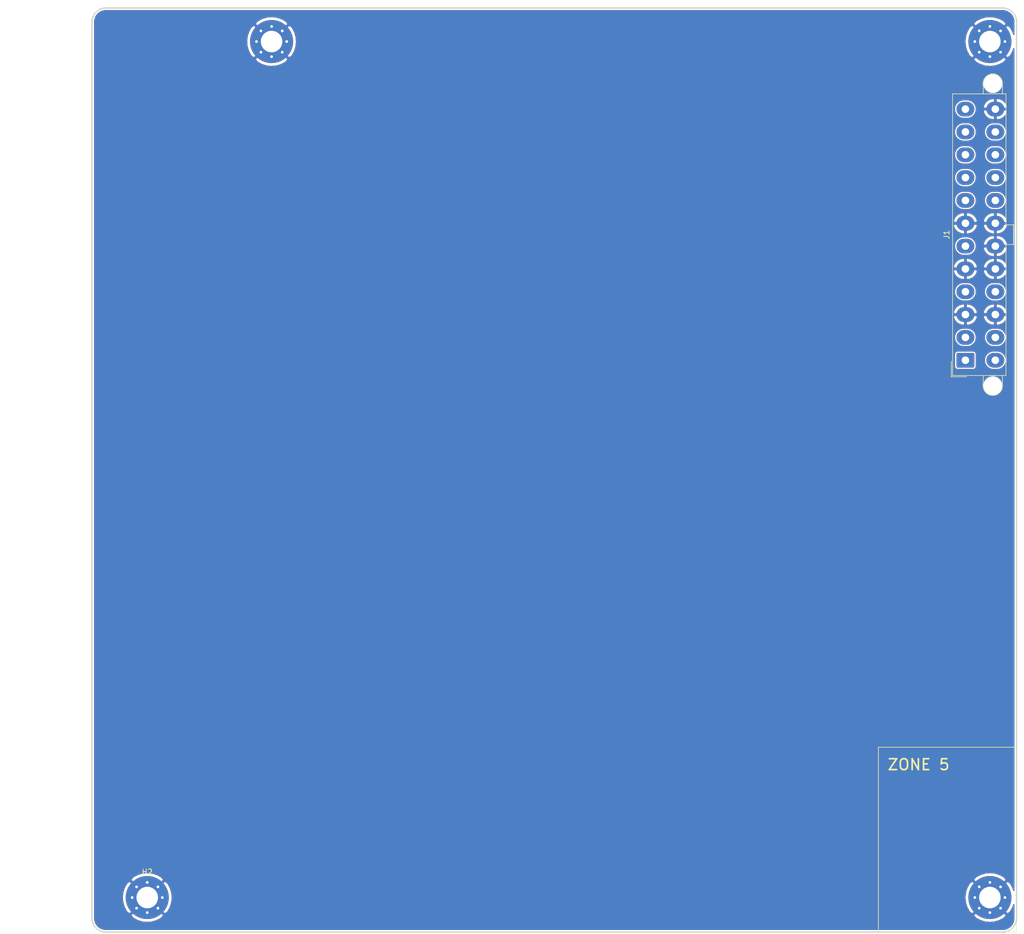
<source format=kicad_pcb>
(kicad_pcb (version 20171130) (host pcbnew "(5.1.10)-1")

  (general
    (thickness 1.6)
    (drawings 64)
    (tracks 18)
    (zones 0)
    (modules 5)
    (nets 9)
  )

  (page A4)
  (layers
    (0 F.Cu signal)
    (1 GND power)
    (2 POWER power)
    (31 B.Cu signal)
    (32 B.Adhes user)
    (33 F.Adhes user)
    (34 B.Paste user)
    (35 F.Paste user)
    (36 B.SilkS user)
    (37 F.SilkS user)
    (38 B.Mask user)
    (39 F.Mask user)
    (40 Dwgs.User user)
    (41 Cmts.User user)
    (42 Eco1.User user)
    (43 Eco2.User user)
    (44 Edge.Cuts user)
    (45 Margin user)
    (46 B.CrtYd user)
    (47 F.CrtYd user)
    (48 B.Fab user)
    (49 F.Fab user)
  )

  (setup
    (last_trace_width 0.2)
    (trace_clearance 0.154)
    (zone_clearance 0.254)
    (zone_45_only no)
    (trace_min 0.154)
    (via_size 0.6)
    (via_drill 0.3)
    (via_min_size 0.45)
    (via_min_drill 0.25)
    (uvia_size 0.3)
    (uvia_drill 0.1)
    (uvias_allowed no)
    (uvia_min_size 0.2)
    (uvia_min_drill 0.1)
    (edge_width 0.25)
    (segment_width 0.2)
    (pcb_text_width 0.3)
    (pcb_text_size 1.5 1.5)
    (mod_edge_width 0.12)
    (mod_text_size 1 1)
    (mod_text_width 0.15)
    (pad_size 1.524 1.524)
    (pad_drill 0.762)
    (pad_to_mask_clearance 0)
    (aux_axis_origin 0 0)
    (visible_elements FFFFFF7F)
    (pcbplotparams
      (layerselection 0x010fc_ffffffff)
      (usegerberextensions false)
      (usegerberattributes true)
      (usegerberadvancedattributes true)
      (creategerberjobfile true)
      (excludeedgelayer true)
      (linewidth 0.100000)
      (plotframeref false)
      (viasonmask false)
      (mode 1)
      (useauxorigin false)
      (hpglpennumber 1)
      (hpglpenspeed 20)
      (hpglpendiameter 15.000000)
      (psnegative false)
      (psa4output false)
      (plotreference true)
      (plotvalue true)
      (plotinvisibletext false)
      (padsonsilk false)
      (subtractmaskfromsilk false)
      (outputformat 1)
      (mirror false)
      (drillshape 1)
      (scaleselection 1)
      (outputdirectory ""))
  )

  (net 0 "")
  (net 1 GND)
  (net 2 +5V)
  (net 3 "Net-(J1-Pad20)")
  (net 4 "Net-(J1-Pad16)")
  (net 5 -12V)
  (net 6 +3V3)
  (net 7 +12V)
  (net 8 "Net-(J1-Pad8)")

  (net_class Default "This is the default net class."
    (clearance 0.154)
    (trace_width 0.2)
    (via_dia 0.6)
    (via_drill 0.3)
    (uvia_dia 0.3)
    (uvia_drill 0.1)
    (add_net "Net-(J1-Pad16)")
    (add_net "Net-(J1-Pad20)")
    (add_net "Net-(J1-Pad8)")
  )

  (net_class Power ""
    (clearance 0.2)
    (trace_width 1)
    (via_dia 0.8)
    (via_drill 0.4)
    (uvia_dia 0.3)
    (uvia_drill 0.1)
    (add_net +12V)
    (add_net +3V3)
    (add_net +5V)
    (add_net -12V)
    (add_net GND)
  )

  (module LRJ:MountingHole_3.96mm_Pad_Via (layer F.Cu) (tedit 61E3F892) (tstamp 61E420FB)
    (at 165.1 31.97)
    (descr "Mounting Hole 3.7mm")
    (tags "mounting hole 3.7mm")
    (path /61EDB345)
    (attr virtual)
    (fp_text reference H4 (at 0 -4.7) (layer F.SilkS) hide
      (effects (font (size 1 1) (thickness 0.15)))
    )
    (fp_text value MountingHole_Pad (at 0 4.7) (layer F.Fab) hide
      (effects (font (size 1 1) (thickness 0.15)))
    )
    (fp_text user %R (at 0.3 0) (layer F.Fab)
      (effects (font (size 1 1) (thickness 0.15)))
    )
    (fp_circle (center 0 0) (end 4.1 0) (layer F.CrtYd) (width 0.05))
    (fp_circle (center 0 0) (end 4 0) (layer Cmts.User) (width 0.15))
    (pad 1 thru_hole circle (at 0 0) (size 7.92 7.92) (drill 3.96) (layers *.Cu *.Mask)
      (net 1 GND))
    (pad 1 thru_hole circle (at 2.775 0) (size 0.8 0.8) (drill 0.5) (layers *.Cu *.Mask)
      (net 1 GND))
    (pad 1 thru_hole circle (at 1.962221 1.962221) (size 0.8 0.8) (drill 0.5) (layers *.Cu *.Mask)
      (net 1 GND))
    (pad 1 thru_hole circle (at 0 2.775) (size 0.8 0.8) (drill 0.5) (layers *.Cu *.Mask)
      (net 1 GND))
    (pad 1 thru_hole circle (at -1.962221 1.962221) (size 0.8 0.8) (drill 0.5) (layers *.Cu *.Mask)
      (net 1 GND))
    (pad 1 thru_hole circle (at -2.775 0) (size 0.8 0.8) (drill 0.5) (layers *.Cu *.Mask)
      (net 1 GND))
    (pad 1 thru_hole circle (at -1.962221 -1.962221) (size 0.8 0.8) (drill 0.5) (layers *.Cu *.Mask)
      (net 1 GND))
    (pad 1 thru_hole circle (at 0 -2.775) (size 0.8 0.8) (drill 0.5) (layers *.Cu *.Mask)
      (net 1 GND))
    (pad 1 thru_hole circle (at 1.962221 -1.962221) (size 0.8 0.8) (drill 0.5) (layers *.Cu *.Mask)
      (net 1 GND))
  )

  (module LRJ:MountingHole_3.96mm_Pad_Via (layer F.Cu) (tedit 61E3F892) (tstamp 61E420EB)
    (at 33.02 31.97 90)
    (descr "Mounting Hole 3.7mm")
    (tags "mounting hole 3.7mm")
    (path /61EDA9DA)
    (attr virtual)
    (fp_text reference H3 (at 0 -4.7 90) (layer F.SilkS) hide
      (effects (font (size 1 1) (thickness 0.15)))
    )
    (fp_text value MountingHole_Pad (at -5.23 -0.02 180) (layer F.Fab) hide
      (effects (font (size 1 1) (thickness 0.15)))
    )
    (fp_text user %R (at 0.3 0 90) (layer F.Fab)
      (effects (font (size 1 1) (thickness 0.15)))
    )
    (fp_circle (center 0 0) (end 4.1 0) (layer F.CrtYd) (width 0.05))
    (fp_circle (center 0 0) (end 4 0) (layer Cmts.User) (width 0.15))
    (pad 1 thru_hole circle (at 0 0 90) (size 7.92 7.92) (drill 3.96) (layers *.Cu *.Mask)
      (net 1 GND))
    (pad 1 thru_hole circle (at 2.775 0 90) (size 0.8 0.8) (drill 0.5) (layers *.Cu *.Mask)
      (net 1 GND))
    (pad 1 thru_hole circle (at 1.962221 1.962221 90) (size 0.8 0.8) (drill 0.5) (layers *.Cu *.Mask)
      (net 1 GND))
    (pad 1 thru_hole circle (at 0 2.775 90) (size 0.8 0.8) (drill 0.5) (layers *.Cu *.Mask)
      (net 1 GND))
    (pad 1 thru_hole circle (at -1.962221 1.962221 90) (size 0.8 0.8) (drill 0.5) (layers *.Cu *.Mask)
      (net 1 GND))
    (pad 1 thru_hole circle (at -2.775 0 90) (size 0.8 0.8) (drill 0.5) (layers *.Cu *.Mask)
      (net 1 GND))
    (pad 1 thru_hole circle (at -1.962221 -1.962221 90) (size 0.8 0.8) (drill 0.5) (layers *.Cu *.Mask)
      (net 1 GND))
    (pad 1 thru_hole circle (at 0 -2.775 90) (size 0.8 0.8) (drill 0.5) (layers *.Cu *.Mask)
      (net 1 GND))
    (pad 1 thru_hole circle (at 1.962221 -1.962221 90) (size 0.8 0.8) (drill 0.5) (layers *.Cu *.Mask)
      (net 1 GND))
  )

  (module LRJ:MountingHole_3.96mm_Pad_Via (layer F.Cu) (tedit 61E3F892) (tstamp 61E420DB)
    (at 10.16 189.45)
    (descr "Mounting Hole 3.7mm")
    (tags "mounting hole 3.7mm")
    (path /61EDA0BA)
    (attr virtual)
    (fp_text reference H2 (at 0 -4.7) (layer F.SilkS)
      (effects (font (size 1 1) (thickness 0.15)))
    )
    (fp_text value MountingHole_Pad (at 0 4.7) (layer F.Fab)
      (effects (font (size 1 1) (thickness 0.15)))
    )
    (fp_text user %R (at 0.3 0) (layer F.Fab)
      (effects (font (size 1 1) (thickness 0.15)))
    )
    (fp_circle (center 0 0) (end 4.1 0) (layer F.CrtYd) (width 0.05))
    (fp_circle (center 0 0) (end 4 0) (layer Cmts.User) (width 0.15))
    (pad 1 thru_hole circle (at 0 0) (size 7.92 7.92) (drill 3.96) (layers *.Cu *.Mask)
      (net 1 GND))
    (pad 1 thru_hole circle (at 2.775 0) (size 0.8 0.8) (drill 0.5) (layers *.Cu *.Mask)
      (net 1 GND))
    (pad 1 thru_hole circle (at 1.962221 1.962221) (size 0.8 0.8) (drill 0.5) (layers *.Cu *.Mask)
      (net 1 GND))
    (pad 1 thru_hole circle (at 0 2.775) (size 0.8 0.8) (drill 0.5) (layers *.Cu *.Mask)
      (net 1 GND))
    (pad 1 thru_hole circle (at -1.962221 1.962221) (size 0.8 0.8) (drill 0.5) (layers *.Cu *.Mask)
      (net 1 GND))
    (pad 1 thru_hole circle (at -2.775 0) (size 0.8 0.8) (drill 0.5) (layers *.Cu *.Mask)
      (net 1 GND))
    (pad 1 thru_hole circle (at -1.962221 -1.962221) (size 0.8 0.8) (drill 0.5) (layers *.Cu *.Mask)
      (net 1 GND))
    (pad 1 thru_hole circle (at 0 -2.775) (size 0.8 0.8) (drill 0.5) (layers *.Cu *.Mask)
      (net 1 GND))
    (pad 1 thru_hole circle (at 1.962221 -1.962221) (size 0.8 0.8) (drill 0.5) (layers *.Cu *.Mask)
      (net 1 GND))
  )

  (module LRJ:MountingHole_3.96mm_Pad_Via (layer F.Cu) (tedit 61E3F892) (tstamp 61E420CB)
    (at 165.1 189.45)
    (descr "Mounting Hole 3.7mm")
    (tags "mounting hole 3.7mm")
    (path /61ED9653)
    (attr virtual)
    (fp_text reference H1 (at 0 -4.7) (layer F.SilkS) hide
      (effects (font (size 1 1) (thickness 0.15)))
    )
    (fp_text value MountingHole_Pad (at 0 4.7) (layer F.Fab) hide
      (effects (font (size 1 1) (thickness 0.15)))
    )
    (fp_text user %R (at 0.3 0) (layer F.Fab)
      (effects (font (size 1 1) (thickness 0.15)))
    )
    (fp_circle (center 0 0) (end 4.1 0) (layer F.CrtYd) (width 0.05))
    (fp_circle (center 0 0) (end 4 0) (layer Cmts.User) (width 0.15))
    (pad 1 thru_hole circle (at 0 0) (size 7.92 7.92) (drill 3.96) (layers *.Cu *.Mask)
      (net 1 GND))
    (pad 1 thru_hole circle (at 2.775 0) (size 0.8 0.8) (drill 0.5) (layers *.Cu *.Mask)
      (net 1 GND))
    (pad 1 thru_hole circle (at 1.962221 1.962221) (size 0.8 0.8) (drill 0.5) (layers *.Cu *.Mask)
      (net 1 GND))
    (pad 1 thru_hole circle (at 0 2.775) (size 0.8 0.8) (drill 0.5) (layers *.Cu *.Mask)
      (net 1 GND))
    (pad 1 thru_hole circle (at -1.962221 1.962221) (size 0.8 0.8) (drill 0.5) (layers *.Cu *.Mask)
      (net 1 GND))
    (pad 1 thru_hole circle (at -2.775 0) (size 0.8 0.8) (drill 0.5) (layers *.Cu *.Mask)
      (net 1 GND))
    (pad 1 thru_hole circle (at -1.962221 -1.962221) (size 0.8 0.8) (drill 0.5) (layers *.Cu *.Mask)
      (net 1 GND))
    (pad 1 thru_hole circle (at 0 -2.775) (size 0.8 0.8) (drill 0.5) (layers *.Cu *.Mask)
      (net 1 GND))
    (pad 1 thru_hole circle (at 1.962221 -1.962221) (size 0.8 0.8) (drill 0.5) (layers *.Cu *.Mask)
      (net 1 GND))
  )

  (module Connector_Molex:Molex_Mini-Fit_Jr_5566-24A2_2x12_P4.20mm_Vertical (layer F.Cu) (tedit 5B781992) (tstamp 61E408F0)
    (at 160.6 90.6 90)
    (descr "Molex Mini-Fit Jr. Power Connectors, old mpn/engineering number: 5566-24A2, example for new mpn: 39-28-924x, 12 Pins per row, Mounting: Snap-in Plastic Peg PCB Lock (http://www.molex.com/pdm_docs/sd/039289068_sd.pdf), generated with kicad-footprint-generator")
    (tags "connector Molex Mini-Fit_Jr side entryplastic_peg")
    (path /61EAA4B3)
    (fp_text reference J1 (at 23.1 -3.45 90) (layer F.SilkS)
      (effects (font (size 1 1) (thickness 0.15)))
    )
    (fp_text value ATX-24 (at 23.1 9.95 90) (layer F.Fab)
      (effects (font (size 1 1) (thickness 0.15)))
    )
    (fp_text user %R (at 23.1 -1.55 90) (layer F.Fab)
      (effects (font (size 1 1) (thickness 0.15)))
    )
    (fp_arc (start 50.9 5.04) (end 50.9 3.28) (angle 180) (layer F.SilkS) (width 0.12))
    (fp_arc (start -4.7 5.04) (end -4.7 6.8) (angle 180) (layer F.SilkS) (width 0.12))
    (fp_arc (start 50.9 5.04) (end 50.9 3.54) (angle 180) (layer F.Fab) (width 0.1))
    (fp_arc (start -4.7 5.04) (end -4.7 6.54) (angle 180) (layer F.Fab) (width 0.1))
    (fp_line (start -4.7 3.54) (end -2.7 3.54) (layer F.Fab) (width 0.1))
    (fp_line (start -4.7 6.54) (end -2.7 6.54) (layer F.Fab) (width 0.1))
    (fp_line (start 50.9 3.54) (end 48.9 3.54) (layer F.Fab) (width 0.1))
    (fp_line (start 50.9 6.54) (end 48.9 6.54) (layer F.Fab) (width 0.1))
    (fp_line (start -4.7 3.28) (end -2.81 3.28) (layer F.SilkS) (width 0.12))
    (fp_line (start -4.7 6.8) (end -2.81 6.8) (layer F.SilkS) (width 0.12))
    (fp_line (start 50.9 3.28) (end 49.01 3.28) (layer F.SilkS) (width 0.12))
    (fp_line (start 50.9 6.8) (end 49.01 6.8) (layer F.SilkS) (width 0.12))
    (fp_line (start -2.7 -2.25) (end -2.7 7.35) (layer F.Fab) (width 0.1))
    (fp_line (start -2.7 7.35) (end 48.9 7.35) (layer F.Fab) (width 0.1))
    (fp_line (start 48.9 7.35) (end 48.9 -2.25) (layer F.Fab) (width 0.1))
    (fp_line (start 48.9 -2.25) (end -2.7 -2.25) (layer F.Fab) (width 0.1))
    (fp_line (start 21.4 7.35) (end 21.4 8.75) (layer F.Fab) (width 0.1))
    (fp_line (start 21.4 8.75) (end 24.8 8.75) (layer F.Fab) (width 0.1))
    (fp_line (start 24.8 8.75) (end 24.8 7.35) (layer F.Fab) (width 0.1))
    (fp_line (start -1.65 -1) (end -1.65 2.3) (layer F.Fab) (width 0.1))
    (fp_line (start -1.65 2.3) (end 1.65 2.3) (layer F.Fab) (width 0.1))
    (fp_line (start 1.65 2.3) (end 1.65 -1) (layer F.Fab) (width 0.1))
    (fp_line (start 1.65 -1) (end -1.65 -1) (layer F.Fab) (width 0.1))
    (fp_line (start -1.65 6.5) (end -1.65 4.025) (layer F.Fab) (width 0.1))
    (fp_line (start -1.65 4.025) (end -0.825 3.2) (layer F.Fab) (width 0.1))
    (fp_line (start -0.825 3.2) (end 0.825 3.2) (layer F.Fab) (width 0.1))
    (fp_line (start 0.825 3.2) (end 1.65 4.025) (layer F.Fab) (width 0.1))
    (fp_line (start 1.65 4.025) (end 1.65 6.5) (layer F.Fab) (width 0.1))
    (fp_line (start 1.65 6.5) (end -1.65 6.5) (layer F.Fab) (width 0.1))
    (fp_line (start 2.55 3.2) (end 2.55 6.5) (layer F.Fab) (width 0.1))
    (fp_line (start 2.55 6.5) (end 5.85 6.5) (layer F.Fab) (width 0.1))
    (fp_line (start 5.85 6.5) (end 5.85 3.2) (layer F.Fab) (width 0.1))
    (fp_line (start 5.85 3.2) (end 2.55 3.2) (layer F.Fab) (width 0.1))
    (fp_line (start 2.55 2.3) (end 2.55 -0.175) (layer F.Fab) (width 0.1))
    (fp_line (start 2.55 -0.175) (end 3.375 -1) (layer F.Fab) (width 0.1))
    (fp_line (start 3.375 -1) (end 5.025 -1) (layer F.Fab) (width 0.1))
    (fp_line (start 5.025 -1) (end 5.85 -0.175) (layer F.Fab) (width 0.1))
    (fp_line (start 5.85 -0.175) (end 5.85 2.3) (layer F.Fab) (width 0.1))
    (fp_line (start 5.85 2.3) (end 2.55 2.3) (layer F.Fab) (width 0.1))
    (fp_line (start 6.75 3.2) (end 6.75 6.5) (layer F.Fab) (width 0.1))
    (fp_line (start 6.75 6.5) (end 10.05 6.5) (layer F.Fab) (width 0.1))
    (fp_line (start 10.05 6.5) (end 10.05 3.2) (layer F.Fab) (width 0.1))
    (fp_line (start 10.05 3.2) (end 6.75 3.2) (layer F.Fab) (width 0.1))
    (fp_line (start 6.75 2.3) (end 6.75 -0.175) (layer F.Fab) (width 0.1))
    (fp_line (start 6.75 -0.175) (end 7.575 -1) (layer F.Fab) (width 0.1))
    (fp_line (start 7.575 -1) (end 9.225 -1) (layer F.Fab) (width 0.1))
    (fp_line (start 9.225 -1) (end 10.05 -0.175) (layer F.Fab) (width 0.1))
    (fp_line (start 10.05 -0.175) (end 10.05 2.3) (layer F.Fab) (width 0.1))
    (fp_line (start 10.05 2.3) (end 6.75 2.3) (layer F.Fab) (width 0.1))
    (fp_line (start 10.95 -1) (end 10.95 2.3) (layer F.Fab) (width 0.1))
    (fp_line (start 10.95 2.3) (end 14.25 2.3) (layer F.Fab) (width 0.1))
    (fp_line (start 14.25 2.3) (end 14.25 -1) (layer F.Fab) (width 0.1))
    (fp_line (start 14.25 -1) (end 10.95 -1) (layer F.Fab) (width 0.1))
    (fp_line (start 10.95 6.5) (end 10.95 4.025) (layer F.Fab) (width 0.1))
    (fp_line (start 10.95 4.025) (end 11.775 3.2) (layer F.Fab) (width 0.1))
    (fp_line (start 11.775 3.2) (end 13.425 3.2) (layer F.Fab) (width 0.1))
    (fp_line (start 13.425 3.2) (end 14.25 4.025) (layer F.Fab) (width 0.1))
    (fp_line (start 14.25 4.025) (end 14.25 6.5) (layer F.Fab) (width 0.1))
    (fp_line (start 14.25 6.5) (end 10.95 6.5) (layer F.Fab) (width 0.1))
    (fp_line (start 15.15 -1) (end 15.15 2.3) (layer F.Fab) (width 0.1))
    (fp_line (start 15.15 2.3) (end 18.45 2.3) (layer F.Fab) (width 0.1))
    (fp_line (start 18.45 2.3) (end 18.45 -1) (layer F.Fab) (width 0.1))
    (fp_line (start 18.45 -1) (end 15.15 -1) (layer F.Fab) (width 0.1))
    (fp_line (start 15.15 6.5) (end 15.15 4.025) (layer F.Fab) (width 0.1))
    (fp_line (start 15.15 4.025) (end 15.975 3.2) (layer F.Fab) (width 0.1))
    (fp_line (start 15.975 3.2) (end 17.625 3.2) (layer F.Fab) (width 0.1))
    (fp_line (start 17.625 3.2) (end 18.45 4.025) (layer F.Fab) (width 0.1))
    (fp_line (start 18.45 4.025) (end 18.45 6.5) (layer F.Fab) (width 0.1))
    (fp_line (start 18.45 6.5) (end 15.15 6.5) (layer F.Fab) (width 0.1))
    (fp_line (start 19.35 3.2) (end 19.35 6.5) (layer F.Fab) (width 0.1))
    (fp_line (start 19.35 6.5) (end 22.65 6.5) (layer F.Fab) (width 0.1))
    (fp_line (start 22.65 6.5) (end 22.65 3.2) (layer F.Fab) (width 0.1))
    (fp_line (start 22.65 3.2) (end 19.35 3.2) (layer F.Fab) (width 0.1))
    (fp_line (start 19.35 2.3) (end 19.35 -0.175) (layer F.Fab) (width 0.1))
    (fp_line (start 19.35 -0.175) (end 20.175 -1) (layer F.Fab) (width 0.1))
    (fp_line (start 20.175 -1) (end 21.825 -1) (layer F.Fab) (width 0.1))
    (fp_line (start 21.825 -1) (end 22.65 -0.175) (layer F.Fab) (width 0.1))
    (fp_line (start 22.65 -0.175) (end 22.65 2.3) (layer F.Fab) (width 0.1))
    (fp_line (start 22.65 2.3) (end 19.35 2.3) (layer F.Fab) (width 0.1))
    (fp_line (start 23.55 3.2) (end 23.55 6.5) (layer F.Fab) (width 0.1))
    (fp_line (start 23.55 6.5) (end 26.85 6.5) (layer F.Fab) (width 0.1))
    (fp_line (start 26.85 6.5) (end 26.85 3.2) (layer F.Fab) (width 0.1))
    (fp_line (start 26.85 3.2) (end 23.55 3.2) (layer F.Fab) (width 0.1))
    (fp_line (start 23.55 2.3) (end 23.55 -0.175) (layer F.Fab) (width 0.1))
    (fp_line (start 23.55 -0.175) (end 24.375 -1) (layer F.Fab) (width 0.1))
    (fp_line (start 24.375 -1) (end 26.025 -1) (layer F.Fab) (width 0.1))
    (fp_line (start 26.025 -1) (end 26.85 -0.175) (layer F.Fab) (width 0.1))
    (fp_line (start 26.85 -0.175) (end 26.85 2.3) (layer F.Fab) (width 0.1))
    (fp_line (start 26.85 2.3) (end 23.55 2.3) (layer F.Fab) (width 0.1))
    (fp_line (start 27.75 -1) (end 27.75 2.3) (layer F.Fab) (width 0.1))
    (fp_line (start 27.75 2.3) (end 31.05 2.3) (layer F.Fab) (width 0.1))
    (fp_line (start 31.05 2.3) (end 31.05 -1) (layer F.Fab) (width 0.1))
    (fp_line (start 31.05 -1) (end 27.75 -1) (layer F.Fab) (width 0.1))
    (fp_line (start 27.75 6.5) (end 27.75 4.025) (layer F.Fab) (width 0.1))
    (fp_line (start 27.75 4.025) (end 28.575 3.2) (layer F.Fab) (width 0.1))
    (fp_line (start 28.575 3.2) (end 30.225 3.2) (layer F.Fab) (width 0.1))
    (fp_line (start 30.225 3.2) (end 31.05 4.025) (layer F.Fab) (width 0.1))
    (fp_line (start 31.05 4.025) (end 31.05 6.5) (layer F.Fab) (width 0.1))
    (fp_line (start 31.05 6.5) (end 27.75 6.5) (layer F.Fab) (width 0.1))
    (fp_line (start 31.95 -1) (end 31.95 2.3) (layer F.Fab) (width 0.1))
    (fp_line (start 31.95 2.3) (end 35.25 2.3) (layer F.Fab) (width 0.1))
    (fp_line (start 35.25 2.3) (end 35.25 -1) (layer F.Fab) (width 0.1))
    (fp_line (start 35.25 -1) (end 31.95 -1) (layer F.Fab) (width 0.1))
    (fp_line (start 31.95 6.5) (end 31.95 4.025) (layer F.Fab) (width 0.1))
    (fp_line (start 31.95 4.025) (end 32.775 3.2) (layer F.Fab) (width 0.1))
    (fp_line (start 32.775 3.2) (end 34.425 3.2) (layer F.Fab) (width 0.1))
    (fp_line (start 34.425 3.2) (end 35.25 4.025) (layer F.Fab) (width 0.1))
    (fp_line (start 35.25 4.025) (end 35.25 6.5) (layer F.Fab) (width 0.1))
    (fp_line (start 35.25 6.5) (end 31.95 6.5) (layer F.Fab) (width 0.1))
    (fp_line (start 36.15 3.2) (end 36.15 6.5) (layer F.Fab) (width 0.1))
    (fp_line (start 36.15 6.5) (end 39.45 6.5) (layer F.Fab) (width 0.1))
    (fp_line (start 39.45 6.5) (end 39.45 3.2) (layer F.Fab) (width 0.1))
    (fp_line (start 39.45 3.2) (end 36.15 3.2) (layer F.Fab) (width 0.1))
    (fp_line (start 36.15 2.3) (end 36.15 -0.175) (layer F.Fab) (width 0.1))
    (fp_line (start 36.15 -0.175) (end 36.975 -1) (layer F.Fab) (width 0.1))
    (fp_line (start 36.975 -1) (end 38.625 -1) (layer F.Fab) (width 0.1))
    (fp_line (start 38.625 -1) (end 39.45 -0.175) (layer F.Fab) (width 0.1))
    (fp_line (start 39.45 -0.175) (end 39.45 2.3) (layer F.Fab) (width 0.1))
    (fp_line (start 39.45 2.3) (end 36.15 2.3) (layer F.Fab) (width 0.1))
    (fp_line (start 40.35 3.2) (end 40.35 6.5) (layer F.Fab) (width 0.1))
    (fp_line (start 40.35 6.5) (end 43.65 6.5) (layer F.Fab) (width 0.1))
    (fp_line (start 43.65 6.5) (end 43.65 3.2) (layer F.Fab) (width 0.1))
    (fp_line (start 43.65 3.2) (end 40.35 3.2) (layer F.Fab) (width 0.1))
    (fp_line (start 40.35 2.3) (end 40.35 -0.175) (layer F.Fab) (width 0.1))
    (fp_line (start 40.35 -0.175) (end 41.175 -1) (layer F.Fab) (width 0.1))
    (fp_line (start 41.175 -1) (end 42.825 -1) (layer F.Fab) (width 0.1))
    (fp_line (start 42.825 -1) (end 43.65 -0.175) (layer F.Fab) (width 0.1))
    (fp_line (start 43.65 -0.175) (end 43.65 2.3) (layer F.Fab) (width 0.1))
    (fp_line (start 43.65 2.3) (end 40.35 2.3) (layer F.Fab) (width 0.1))
    (fp_line (start 44.55 -1) (end 44.55 2.3) (layer F.Fab) (width 0.1))
    (fp_line (start 44.55 2.3) (end 47.85 2.3) (layer F.Fab) (width 0.1))
    (fp_line (start 47.85 2.3) (end 47.85 -1) (layer F.Fab) (width 0.1))
    (fp_line (start 47.85 -1) (end 44.55 -1) (layer F.Fab) (width 0.1))
    (fp_line (start 44.55 6.5) (end 44.55 4.025) (layer F.Fab) (width 0.1))
    (fp_line (start 44.55 4.025) (end 45.375 3.2) (layer F.Fab) (width 0.1))
    (fp_line (start 45.375 3.2) (end 47.025 3.2) (layer F.Fab) (width 0.1))
    (fp_line (start 47.025 3.2) (end 47.85 4.025) (layer F.Fab) (width 0.1))
    (fp_line (start 47.85 4.025) (end 47.85 6.5) (layer F.Fab) (width 0.1))
    (fp_line (start 47.85 6.5) (end 44.55 6.5) (layer F.Fab) (width 0.1))
    (fp_line (start 23.1 -2.36) (end -2.81 -2.36) (layer F.SilkS) (width 0.12))
    (fp_line (start -2.81 -2.36) (end -2.81 7.46) (layer F.SilkS) (width 0.12))
    (fp_line (start -2.81 7.46) (end 21.29 7.46) (layer F.SilkS) (width 0.12))
    (fp_line (start 21.29 7.46) (end 21.29 8.86) (layer F.SilkS) (width 0.12))
    (fp_line (start 21.29 8.86) (end 23.1 8.86) (layer F.SilkS) (width 0.12))
    (fp_line (start 23.1 -2.36) (end 49.01 -2.36) (layer F.SilkS) (width 0.12))
    (fp_line (start 49.01 -2.36) (end 49.01 7.46) (layer F.SilkS) (width 0.12))
    (fp_line (start 49.01 7.46) (end 24.91 7.46) (layer F.SilkS) (width 0.12))
    (fp_line (start 24.91 7.46) (end 24.91 8.86) (layer F.SilkS) (width 0.12))
    (fp_line (start 24.91 8.86) (end 23.1 8.86) (layer F.SilkS) (width 0.12))
    (fp_line (start -0.2 -2.6) (end -3.05 -2.6) (layer F.SilkS) (width 0.12))
    (fp_line (start -3.05 -2.6) (end -3.05 0.25) (layer F.SilkS) (width 0.12))
    (fp_line (start -0.2 -2.6) (end -3.05 -2.6) (layer F.Fab) (width 0.1))
    (fp_line (start -3.05 -2.6) (end -3.05 0.25) (layer F.Fab) (width 0.1))
    (fp_line (start -3.2 -2.75) (end -3.2 3.04) (layer F.CrtYd) (width 0.05))
    (fp_line (start -3.2 3.04) (end -6.7 3.04) (layer F.CrtYd) (width 0.05))
    (fp_line (start -6.7 3.04) (end -6.7 9.25) (layer F.CrtYd) (width 0.05))
    (fp_line (start -6.7 9.25) (end 52.9 9.25) (layer F.CrtYd) (width 0.05))
    (fp_line (start 52.9 9.25) (end 52.9 3.04) (layer F.CrtYd) (width 0.05))
    (fp_line (start 52.9 3.04) (end 49.4 3.04) (layer F.CrtYd) (width 0.05))
    (fp_line (start 49.4 3.04) (end 49.4 -2.75) (layer F.CrtYd) (width 0.05))
    (fp_line (start 49.4 -2.75) (end -3.2 -2.75) (layer F.CrtYd) (width 0.05))
    (pad "" np_thru_hole circle (at 50.9 5.04 90) (size 3 3) (drill 3) (layers *.Cu *.Mask))
    (pad "" np_thru_hole circle (at -4.7 5.04 90) (size 3 3) (drill 3) (layers *.Cu *.Mask))
    (pad 24 thru_hole oval (at 46.2 5.5 90) (size 2.7 3.3) (drill 1.4) (layers *.Cu *.Mask)
      (net 1 GND))
    (pad 23 thru_hole oval (at 42 5.5 90) (size 2.7 3.3) (drill 1.4) (layers *.Cu *.Mask)
      (net 2 +5V))
    (pad 22 thru_hole oval (at 37.8 5.5 90) (size 2.7 3.3) (drill 1.4) (layers *.Cu *.Mask)
      (net 2 +5V))
    (pad 21 thru_hole oval (at 33.6 5.5 90) (size 2.7 3.3) (drill 1.4) (layers *.Cu *.Mask)
      (net 2 +5V))
    (pad 20 thru_hole oval (at 29.4 5.5 90) (size 2.7 3.3) (drill 1.4) (layers *.Cu *.Mask)
      (net 3 "Net-(J1-Pad20)"))
    (pad 19 thru_hole oval (at 25.2 5.5 90) (size 2.7 3.3) (drill 1.4) (layers *.Cu *.Mask)
      (net 1 GND))
    (pad 18 thru_hole oval (at 21 5.5 90) (size 2.7 3.3) (drill 1.4) (layers *.Cu *.Mask)
      (net 1 GND))
    (pad 17 thru_hole oval (at 16.8 5.5 90) (size 2.7 3.3) (drill 1.4) (layers *.Cu *.Mask)
      (net 1 GND))
    (pad 16 thru_hole oval (at 12.6 5.5 90) (size 2.7 3.3) (drill 1.4) (layers *.Cu *.Mask)
      (net 4 "Net-(J1-Pad16)"))
    (pad 15 thru_hole oval (at 8.4 5.5 90) (size 2.7 3.3) (drill 1.4) (layers *.Cu *.Mask)
      (net 1 GND))
    (pad 14 thru_hole oval (at 4.2 5.5 90) (size 2.7 3.3) (drill 1.4) (layers *.Cu *.Mask)
      (net 5 -12V))
    (pad 13 thru_hole oval (at 0 5.5 90) (size 2.7 3.3) (drill 1.4) (layers *.Cu *.Mask)
      (net 6 +3V3))
    (pad 12 thru_hole oval (at 46.2 0 90) (size 2.7 3.3) (drill 1.4) (layers *.Cu *.Mask)
      (net 6 +3V3))
    (pad 11 thru_hole oval (at 42 0 90) (size 2.7 3.3) (drill 1.4) (layers *.Cu *.Mask)
      (net 7 +12V))
    (pad 10 thru_hole oval (at 37.8 0 90) (size 2.7 3.3) (drill 1.4) (layers *.Cu *.Mask)
      (net 7 +12V))
    (pad 9 thru_hole oval (at 33.6 0 90) (size 2.7 3.3) (drill 1.4) (layers *.Cu *.Mask)
      (net 2 +5V))
    (pad 8 thru_hole oval (at 29.4 0 90) (size 2.7 3.3) (drill 1.4) (layers *.Cu *.Mask)
      (net 8 "Net-(J1-Pad8)"))
    (pad 7 thru_hole oval (at 25.2 0 90) (size 2.7 3.3) (drill 1.4) (layers *.Cu *.Mask)
      (net 1 GND))
    (pad 6 thru_hole oval (at 21 0 90) (size 2.7 3.3) (drill 1.4) (layers *.Cu *.Mask)
      (net 2 +5V))
    (pad 5 thru_hole oval (at 16.8 0 90) (size 2.7 3.3) (drill 1.4) (layers *.Cu *.Mask)
      (net 1 GND))
    (pad 4 thru_hole oval (at 12.6 0 90) (size 2.7 3.3) (drill 1.4) (layers *.Cu *.Mask)
      (net 2 +5V))
    (pad 3 thru_hole oval (at 8.4 0 90) (size 2.7 3.3) (drill 1.4) (layers *.Cu *.Mask)
      (net 1 GND))
    (pad 2 thru_hole oval (at 4.2 0 90) (size 2.7 3.3) (drill 1.4) (layers *.Cu *.Mask)
      (net 6 +3V3))
    (pad 1 thru_hole roundrect (at 0 0 90) (size 2.7 3.3) (drill 1.4) (layers *.Cu *.Mask) (roundrect_rratio 0.09259299999999999)
      (net 6 +3V3))
    (model ${KISYS3DMOD}/Connector_Molex.3dshapes/Molex_Mini-Fit_Jr_5566-24A2_2x12_P4.20mm_Vertical.wrl
      (at (xyz 0 0 0))
      (scale (xyz 1 1 1))
      (rotate (xyz 0 0 0))
    )
  )

  (gr_text "ZONE 5" (at 152 165) (layer F.SilkS) (tstamp 61E49F8A)
    (effects (font (size 2 2) (thickness 0.3)))
  )
  (gr_text "FRONT PANEL DUAL USB\nINTERNAL DUAL USB\nSATA POWER \nSYS FAN\n" (at 147.2 179.6) (layer Dwgs.User) (tstamp 61E49F89)
    (effects (font (size 1 1) (thickness 0.15)) (justify left))
  )
  (gr_line (start 170 195.8) (end 144.6 195.8) (layer F.SilkS) (width 0.12) (tstamp 61E49F78))
  (gr_line (start 170 161.8) (end 170 195.8) (layer F.SilkS) (width 0.12) (tstamp 61E49F77))
  (gr_line (start 144.6 161.8) (end 170 161.8) (layer F.SilkS) (width 0.12))
  (gr_line (start 144.6 195.8) (end 144.6 161.8) (layer F.SilkS) (width 0.12))
  (gr_line (start -0.8 137.4) (end 16.256 137.4) (layer Dwgs.User) (width 0.05) (tstamp 61E49F64))
  (gr_text "AUDIO\nCOM" (at 2.2 141.4) (layer Dwgs.User) (tstamp 61E49F63)
    (effects (font (size 1 1) (thickness 0.15)) (justify left))
  )
  (gr_text "ETHERNET\nUSB" (at 2.2 124) (layer Dwgs.User) (tstamp 61E49F51)
    (effects (font (size 1 1) (thickness 0.15)) (justify left))
  )
  (gr_text "S/P-DIF\nLPT\n" (at 2.4 93.6) (layer Dwgs.User) (tstamp 61E49F48)
    (effects (font (size 1 1) (thickness 0.15)) (justify left))
  )
  (gr_line (start -0.8 120) (end 16.256 120) (layer Dwgs.User) (width 0.05) (tstamp 61E49F3C))
  (gr_text "DISPLAY PORT\nSCART\nHDMI\nVGA\nDVI" (at 1.4 70.6) (layer Dwgs.User) (tstamp 61E49F32)
    (effects (font (size 1 1) (thickness 0.15)) (justify left))
  )
  (gr_line (start -0.8 85) (end 16.256 85) (layer Dwgs.User) (width 0.05) (tstamp 61E49F26))
  (gr_text "FRONT PANEL DUAL USB\nINTERNAL DUAL USB\nSATA POWER \nSYS FAN\n" (at 75.2 57.2) (layer Dwgs.User) (tstamp 61E49E9A)
    (effects (font (size 1 1) (thickness 0.15)) (justify left))
  )
  (gr_text "SATA DATA \nSATA POWER \nSYS FAN\nUSB 3.x " (at 75.2 47.6) (layer Dwgs.User) (tstamp 61E49E63)
    (effects (font (size 1 1) (thickness 0.15)) (justify left))
  )
  (gr_text "MONITOR SWITCH\nFRONT PANEL\nCPU FAN\nCIR\n" (at 75.2 36.8) (layer Dwgs.User) (tstamp 61E49E62)
    (effects (font (size 1 1) (thickness 0.15)) (justify left))
  )
  (gr_text "ZONE 1" (at 81 29.8) (layer Dwgs.User) (tstamp 61E49E61)
    (effects (font (size 2 2) (thickness 0.3)))
  )
  (gr_line (start 154 25.8) (end 154 62.15) (layer Dwgs.User) (width 0.05) (tstamp 61E49E40))
  (gr_line (start 154 62.15) (end 71.02 62.15) (layer Dwgs.User) (width 0.05) (tstamp 61E49E3F))
  (gr_line (start 71.02 62.15) (end 71.02 25.8) (layer Dwgs.User) (width 0.05) (tstamp 61E49E2E))
  (gr_line (start 71.02 25.8) (end 154 25.8) (layer Dwgs.User) (width 0.05) (tstamp 61E49E27))
  (gr_line (start -0.8 42.2) (end 10.16 42.2) (layer Dwgs.User) (width 0.05))
  (gr_text "PS/2 \nCONN." (at 1.2 28.4) (layer Dwgs.User)
    (effects (font (size 1 1) (thickness 0.15)) (justify left))
  )
  (gr_text "SATA DATA \nSATA POWER \nSYS FAN\nUSB 3.x " (at 42 40.4) (layer Cmts.User) (tstamp 61E49B7A)
    (effects (font (size 1 1) (thickness 0.15)) (justify left))
  )
  (gr_line (start 10.16 167.15) (end 10.16 183.1) (layer Dwgs.User) (width 0.05) (tstamp 61E49B6A))
  (gr_line (start 16.256 167.15) (end 16.256 62.15) (layer Dwgs.User) (width 0.05) (tstamp 61E49B5C))
  (gr_line (start 10.16 62.15) (end 16.256 62.15) (layer Dwgs.User) (width 0.05) (tstamp 61E49B47))
  (gr_line (start 10.16 167.15) (end 16.256 167.15) (layer Dwgs.User) (width 0.05))
  (gr_line (start -3 67.1) (end -2 67.8) (layer Dwgs.User) (width 0.15) (tstamp 61E49B30))
  (gr_line (start -2 67.8) (end -3 68.5) (layer Dwgs.User) (width 0.15) (tstamp 61E49B20))
  (gr_line (start -3 68.5) (end -3 67.1) (layer Dwgs.User) (width 0.15) (tstamp 61E49B18))
  (gr_line (start -4.4 67.8) (end -3 67.8) (layer Dwgs.User) (width 0.15))
  (gr_text "ZONE 0" (at -11 67.8) (layer Dwgs.User) (tstamp 61E49AEB)
    (effects (font (size 2 2) (thickness 0.3)))
  )
  (gr_text "BACK PANEL I/O" (at -16.6 71.4) (layer Dwgs.User) (tstamp 61E49AEA)
    (effects (font (size 1 1) (thickness 0.15)) (justify left))
  )
  (gr_line (start 10.16 24.35) (end -0.8 24.35) (layer Dwgs.User) (width 0.05) (tstamp 61E49ADB))
  (gr_line (start -0.8 183.1) (end -0.8 24.35) (layer Dwgs.User) (width 0.05) (tstamp 61E49ADA))
  (gr_line (start -0.8 183.1) (end 10.16 183.1) (layer Dwgs.User) (width 0.05) (tstamp 61E48CF8))
  (gr_line (start 10.16 24.35) (end 10.16 62.15) (layer Dwgs.User) (width 0.05))
  (gr_text "ZONE 2" (at 47.6 29.8) (layer Cmts.User) (tstamp 61E4154F)
    (effects (font (size 2 2) (thickness 0.3)))
  )
  (gr_text "1x SINGLE-PORT USB" (at 42 34.8) (layer Cmts.User) (tstamp 61E4154E)
    (effects (font (size 1 1) (thickness 0.15)) (justify left))
  )
  (gr_line (start 71.02 25.8) (end 33.02 25.8) (layer Cmts.User) (width 0.05) (tstamp 61E41543))
  (gr_line (start 71.02 62.15) (end 71.02 25.8) (layer Cmts.User) (width 0.05) (tstamp 61E41542))
  (gr_line (start 33.02 25.8) (end 33.02 62.15) (layer Cmts.User) (width 0.05) (tstamp 61E41532))
  (gr_line (start 33.02 62.15) (end 71.02 62.15) (layer Cmts.User) (width 0.05))
  (gr_text "ZONE 3" (at 17.8 29.8) (layer Eco2.User) (tstamp 61E4151F)
    (effects (font (size 2 2) (thickness 0.3)))
  )
  (gr_text "INTERNAL POWER\n" (at 12.2 33.4) (layer Eco2.User) (tstamp 61E4151E)
    (effects (font (size 1 1) (thickness 0.15)) (justify left))
  )
  (gr_line (start 10.16 62.15) (end 10.16 25.8) (layer Eco2.User) (width 0.05) (tstamp 61E41514))
  (gr_line (start 33.02 25.8) (end 10.16 25.8) (layer Eco2.User) (width 0.05) (tstamp 61E41513))
  (gr_line (start 33.02 25.8) (end 33.02 62.15) (layer Eco2.User) (width 0.05) (tstamp 61E41507))
  (gr_line (start 10.16 62.15) (end 33.02 62.15) (layer Eco2.User) (width 0.05))
  (gr_text "DMIC\nFRONT PANEL AUDIO\nINTERNAL SPEAKERS" (at 12 174.96) (layer Eco1.User)
    (effects (font (size 1 1) (thickness 0.15)) (justify left))
  )
  (gr_text "ZONE 4" (at 18 169.8) (layer Eco1.User)
    (effects (font (size 2 2) (thickness 0.3)))
  )
  (gr_line (start 70 167.15) (end 70 195.8) (layer Eco1.User) (width 0.05) (tstamp 61E4142D))
  (gr_line (start 70 167.15) (end 10.16 167.15) (layer Eco1.User) (width 0.05) (tstamp 61E4142C))
  (gr_line (start 10.16 195.8) (end 70 195.8) (layer Eco1.User) (width 0.05) (tstamp 61E41423))
  (gr_line (start 10.16 195.8) (end 10.16 167.15) (layer Eco1.User) (width 0.05))
  (gr_arc (start 2.54 28.34) (end 2.54 25.8) (angle -90) (layer Edge.Cuts) (width 0.25) (tstamp 61E40C34))
  (gr_arc (start 2.54 193.26) (end 2.54 195.8) (angle 90) (layer Edge.Cuts) (width 0.25) (tstamp 61E40C15))
  (gr_line (start 167.46 195.8) (end 2.54 195.8) (layer Edge.Cuts) (width 0.25) (tstamp 61E3EBD3))
  (gr_line (start 0 28.34) (end 0 193.26) (angle 90) (layer Edge.Cuts) (width 0.25) (tstamp 61E3EBD2))
  (gr_arc (start 167.46 28.34) (end 167.46 25.8) (angle 90) (layer Edge.Cuts) (width 0.25) (tstamp 61E3EBD1))
  (gr_line (start 2.54 25.8) (end 167.46 25.8) (layer Edge.Cuts) (width 0.25) (tstamp 61E3EBD0))
  (gr_arc (start 167.46 193.26) (end 170 193.26) (angle 90) (layer Edge.Cuts) (width 0.25) (tstamp 61E3EBCF))
  (gr_line (start 170 193.26) (end 170 28.34) (angle 90) (layer Edge.Cuts) (width 0.25) (tstamp 61E3EBCE))

  (segment (start 166.1 48.6) (end 166.1 57) (width 1) (layer POWER) (net 2))
  (segment (start 160.6 69.6) (end 163.4 72.4) (width 1) (layer POWER) (net 2))
  (segment (start 163.4 72.4) (end 163.4 76.6) (width 1) (layer POWER) (net 2))
  (segment (start 163.4 76.6) (end 162 78) (width 1) (layer POWER) (net 2))
  (segment (start 162 78) (end 160.6 78) (width 1) (layer POWER) (net 2))
  (segment (start 162.2 57) (end 160.6 57) (width 1) (layer POWER) (net 2))
  (segment (start 166.1 57) (end 162.2 57) (width 1) (layer POWER) (net 2))
  (segment (start 160.6 69.6) (end 163.4 66.8) (width 1) (layer POWER) (net 2))
  (segment (start 163.4 66.8) (end 163.4 58.2) (width 1) (layer POWER) (net 2))
  (segment (start 163.4 58.2) (end 162.2 57) (width 1) (layer POWER) (net 2))
  (segment (start 166.1 90.6) (end 160.6 90.6) (width 1) (layer POWER) (net 6))
  (segment (start 160.6 90.6) (end 160.6 86.4) (width 1) (layer POWER) (net 6))
  (segment (start 157.2 85.2) (end 158.4 86.4) (width 1) (layer POWER) (net 6))
  (segment (start 157.2 45.8) (end 157.2 85.2) (width 1) (layer POWER) (net 6))
  (segment (start 158.4 86.4) (end 160.6 86.4) (width 1) (layer POWER) (net 6))
  (segment (start 158.6 44.4) (end 157.2 45.8) (width 1) (layer POWER) (net 6))
  (segment (start 160.6 44.4) (end 158.6 44.4) (width 1) (layer POWER) (net 6))
  (segment (start 160.6 48.6) (end 160.6 52.8) (width 1) (layer POWER) (net 7))

  (zone (net 1) (net_name GND) (layer B.Cu) (tstamp 61E3EBE1) (hatch edge 0.508)
    (connect_pads (clearance 0.254))
    (min_thickness 0.254)
    (fill yes (arc_segments 32) (thermal_gap 0.508) (thermal_bridge_width 0.508) (smoothing fillet) (radius 1.5))
    (polygon
      (pts
        (xy 0 25.46) (xy 170.2 25.26) (xy 170.3 196.16) (xy 0.1 195.96)
      )
    )
    (filled_polygon
      (pts
        (xy 0.547117 27.9454) (xy 0.661716 27.56583) (xy 0.847858 27.215745) (xy 1.098455 26.908483) (xy 1.403958 26.65575)
        (xy 1.752733 26.467168) (xy 2.131498 26.349921) (xy 2.549376 26.306) (xy 167.435243 26.305999) (xy 167.854599 26.347117)
        (xy 168.234173 26.461717) (xy 168.584258 26.647861) (xy 168.891517 26.898455) (xy 169.14425 27.203958) (xy 169.332832 27.552733)
        (xy 169.450079 27.931496) (xy 169.494 28.349375) (xy 169.494 30.624197) (xy 169.386251 30.253352) (xy 168.968991 29.450131)
        (xy 168.908656 29.359831) (xy 168.341147 28.908458) (xy 165.279605 31.97) (xy 168.341147 35.031542) (xy 168.908656 34.580169)
        (xy 169.344692 33.786984) (xy 169.494 33.314843) (xy 169.494 188.104197) (xy 169.386251 187.733352) (xy 168.968991 186.930131)
        (xy 168.908656 186.839831) (xy 168.341147 186.388458) (xy 165.279605 189.45) (xy 168.341147 192.511542) (xy 168.908656 192.060169)
        (xy 169.344692 191.266984) (xy 169.494 190.794843) (xy 169.494 193.235253) (xy 169.452883 193.654599) (xy 169.338283 194.034173)
        (xy 169.152139 194.384258) (xy 168.901545 194.691517) (xy 168.596042 194.94425) (xy 168.247267 195.132832) (xy 167.868504 195.250079)
        (xy 167.450625 195.294) (xy 165.045699 195.294) (xy 165.045699 194.066913) (xy 165.947458 193.988794) (xy 166.816648 193.736251)
        (xy 167.619869 193.318991) (xy 167.710169 193.258656) (xy 168.161542 192.691147) (xy 165.1 189.629605) (xy 165.1 189.270395)
        (xy 168.161542 186.208853) (xy 167.710169 185.641344) (xy 166.916984 185.205308) (xy 166.053973 184.932393) (xy 165.454738 184.86625)
        (xy 165.454738 97.181) (xy 165.825262 97.181) (xy 166.188667 97.108714) (xy 166.530987 96.96692) (xy 166.839067 96.761068)
        (xy 167.101068 96.499067) (xy 167.30692 96.190987) (xy 167.448714 95.848667) (xy 167.521 95.485262) (xy 167.521 95.114738)
        (xy 167.448714 94.751333) (xy 167.30692 94.409013) (xy 167.101068 94.100933) (xy 166.839067 93.838932) (xy 166.530987 93.63308)
        (xy 166.188667 93.491286) (xy 165.825262 93.419) (xy 165.714969 93.419) (xy 165.714969 92.331) (xy 166.485032 92.331)
        (xy 166.739335 92.305953) (xy 167.06563 92.206973) (xy 167.366345 92.046237) (xy 167.629924 91.829924) (xy 167.846237 91.566344)
        (xy 168.006973 91.265629) (xy 168.105953 90.939334) (xy 168.139375 90.6) (xy 168.105953 90.260665) (xy 168.006973 89.93437)
        (xy 167.846237 89.633655) (xy 167.629924 89.370076) (xy 167.366345 89.153763) (xy 167.06563 88.993027) (xy 166.739334 88.894047)
        (xy 166.485031 88.869) (xy 165.714969 88.869) (xy 165.714969 88.131) (xy 166.485032 88.131) (xy 166.739335 88.105953)
        (xy 167.06563 88.006973) (xy 167.366345 87.846237) (xy 167.629924 87.629924) (xy 167.846237 87.366344) (xy 168.006973 87.065629)
        (xy 168.105953 86.739334) (xy 168.139375 86.4) (xy 168.105953 86.060665) (xy 168.006973 85.73437) (xy 167.846237 85.433655)
        (xy 167.629924 85.170076) (xy 167.366345 84.953763) (xy 167.06563 84.793027) (xy 166.739334 84.694047) (xy 166.485031 84.669)
        (xy 166.227 84.669) (xy 166.227 84.185) (xy 166.527 84.185) (xy 166.911814 84.122082) (xy 167.276959 83.9853)
        (xy 167.608403 83.77991) (xy 167.893409 83.513805) (xy 168.121024 83.197211) (xy 168.282501 82.842295) (xy 168.336677 82.635323)
        (xy 168.221829 82.327) (xy 166.227 82.327) (xy 166.227 82.073) (xy 168.221829 82.073) (xy 168.336677 81.764677)
        (xy 168.282501 81.557705) (xy 168.121024 81.202789) (xy 167.893409 80.886195) (xy 167.608403 80.62009) (xy 167.276959 80.4147)
        (xy 166.911814 80.277918) (xy 166.527 80.215) (xy 166.227 80.215) (xy 166.227 82.073) (xy 166.227 82.327)
        (xy 166.227 84.185) (xy 166.227 84.669) (xy 165.714968 84.669) (xy 165.673 84.673133) (xy 165.673 84.185)
        (xy 165.973 84.185) (xy 165.973 82.327) (xy 163.978171 82.327) (xy 163.978171 82.073) (xy 165.973 82.073)
        (xy 165.973 80.215) (xy 165.714969 80.215) (xy 165.714969 79.731) (xy 166.485032 79.731) (xy 166.739335 79.705953)
        (xy 167.06563 79.606973) (xy 167.366345 79.446237) (xy 167.629924 79.229924) (xy 167.846237 78.966344) (xy 168.006973 78.665629)
        (xy 168.105953 78.339334) (xy 168.139375 78) (xy 168.105953 77.660665) (xy 168.006973 77.33437) (xy 167.846237 77.033655)
        (xy 167.629924 76.770076) (xy 167.366345 76.553763) (xy 167.06563 76.393027) (xy 166.739334 76.294047) (xy 166.485031 76.269)
        (xy 166.227 76.269) (xy 166.227 75.785) (xy 166.527 75.785) (xy 166.911814 75.722082) (xy 167.276959 75.5853)
        (xy 167.608403 75.37991) (xy 167.893409 75.113805) (xy 168.121024 74.797211) (xy 168.282501 74.442295) (xy 168.336677 74.235323)
        (xy 168.221829 73.927) (xy 166.227 73.927) (xy 166.227 73.673) (xy 168.221829 73.673) (xy 168.336677 73.364677)
        (xy 168.282501 73.157705) (xy 168.121024 72.802789) (xy 167.893409 72.486195) (xy 167.608403 72.22009) (xy 167.276959 72.0147)
        (xy 166.911814 71.877918) (xy 166.527 71.815) (xy 166.227 71.815) (xy 166.227 71.585) (xy 166.527 71.585)
        (xy 166.911814 71.522082) (xy 167.276959 71.3853) (xy 167.608403 71.17991) (xy 167.893409 70.913805) (xy 168.121024 70.597211)
        (xy 168.282501 70.242295) (xy 168.336677 70.035323) (xy 168.221829 69.727) (xy 166.227 69.727) (xy 166.227 69.473)
        (xy 168.221829 69.473) (xy 168.336677 69.164677) (xy 168.282501 68.957705) (xy 168.121024 68.602789) (xy 167.893409 68.286195)
        (xy 167.608403 68.02009) (xy 167.276959 67.8147) (xy 166.911814 67.677918) (xy 166.527 67.615) (xy 166.227 67.615)
        (xy 166.227 67.385) (xy 166.527 67.385) (xy 166.911814 67.322082) (xy 167.276959 67.1853) (xy 167.608403 66.97991)
        (xy 167.893409 66.713805) (xy 168.121024 66.397211) (xy 168.282501 66.042295) (xy 168.336677 65.835323) (xy 168.221829 65.527)
        (xy 166.227 65.527) (xy 166.227 65.273) (xy 168.221829 65.273) (xy 168.336677 64.964677) (xy 168.282501 64.757705)
        (xy 168.121024 64.402789) (xy 167.893409 64.086195) (xy 167.608403 63.82009) (xy 167.276959 63.6147) (xy 166.911814 63.477918)
        (xy 166.527 63.415) (xy 166.227 63.415) (xy 166.227 65.273) (xy 166.227 65.527) (xy 166.227 67.385)
        (xy 166.227 67.615) (xy 166.227 69.473) (xy 166.227 69.727) (xy 166.227 71.585) (xy 166.227 71.815)
        (xy 166.227 73.673) (xy 166.227 73.927) (xy 166.227 75.785) (xy 166.227 76.269) (xy 165.714968 76.269)
        (xy 165.673 76.273133) (xy 165.673 75.785) (xy 165.973 75.785) (xy 165.973 73.927) (xy 163.978171 73.927)
        (xy 163.978171 73.673) (xy 165.973 73.673) (xy 165.973 71.815) (xy 165.673 71.815) (xy 165.673 71.585)
        (xy 165.973 71.585) (xy 165.973 69.727) (xy 163.978171 69.727) (xy 163.978171 69.473) (xy 165.973 69.473)
        (xy 165.973 67.615) (xy 165.673 67.615) (xy 165.673 67.385) (xy 165.973 67.385) (xy 165.973 65.527)
        (xy 163.978171 65.527) (xy 163.978171 65.273) (xy 165.973 65.273) (xy 165.973 63.415) (xy 165.714969 63.415)
        (xy 165.714969 62.931) (xy 166.485032 62.931) (xy 166.739335 62.905953) (xy 167.06563 62.806973) (xy 167.366345 62.646237)
        (xy 167.629924 62.429924) (xy 167.846237 62.166344) (xy 168.006973 61.865629) (xy 168.105953 61.539334) (xy 168.139375 61.2)
        (xy 168.105953 60.860665) (xy 168.006973 60.53437) (xy 167.846237 60.233655) (xy 167.629924 59.970076) (xy 167.366345 59.753763)
        (xy 167.06563 59.593027) (xy 166.739334 59.494047) (xy 166.485031 59.469) (xy 165.714969 59.469) (xy 165.714969 58.731)
        (xy 166.485032 58.731) (xy 166.739335 58.705953) (xy 167.06563 58.606973) (xy 167.366345 58.446237) (xy 167.629924 58.229924)
        (xy 167.846237 57.966344) (xy 168.006973 57.665629) (xy 168.105953 57.339334) (xy 168.139375 57) (xy 168.105953 56.660665)
        (xy 168.006973 56.33437) (xy 167.846237 56.033655) (xy 167.629924 55.770076) (xy 167.366345 55.553763) (xy 167.06563 55.393027)
        (xy 166.739334 55.294047) (xy 166.485031 55.269) (xy 165.714969 55.269) (xy 165.714969 54.531) (xy 166.485032 54.531)
        (xy 166.739335 54.505953) (xy 167.06563 54.406973) (xy 167.366345 54.246237) (xy 167.629924 54.029924) (xy 167.846237 53.766344)
        (xy 168.006973 53.465629) (xy 168.105953 53.139334) (xy 168.139375 52.8) (xy 168.105953 52.460665) (xy 168.006973 52.13437)
        (xy 167.846237 51.833655) (xy 167.629924 51.570076) (xy 167.366345 51.353763) (xy 167.06563 51.193027) (xy 166.739334 51.094047)
        (xy 166.485031 51.069) (xy 165.714969 51.069) (xy 165.714969 50.331) (xy 166.485032 50.331) (xy 166.739335 50.305953)
        (xy 167.06563 50.206973) (xy 167.366345 50.046237) (xy 167.629924 49.829924) (xy 167.846237 49.566344) (xy 168.006973 49.265629)
        (xy 168.105953 48.939334) (xy 168.139375 48.6) (xy 168.105953 48.260665) (xy 168.006973 47.93437) (xy 167.846237 47.633655)
        (xy 167.629924 47.370076) (xy 167.366345 47.153763) (xy 167.06563 46.993027) (xy 166.739334 46.894047) (xy 166.485031 46.869)
        (xy 166.227 46.869) (xy 166.227 46.385) (xy 166.527 46.385) (xy 166.911814 46.322082) (xy 167.276959 46.1853)
        (xy 167.608403 45.97991) (xy 167.893409 45.713805) (xy 168.121024 45.397211) (xy 168.282501 45.042295) (xy 168.336677 44.835323)
        (xy 168.221829 44.527) (xy 166.227 44.527) (xy 166.227 44.273) (xy 168.221829 44.273) (xy 168.336677 43.964677)
        (xy 168.282501 43.757705) (xy 168.121024 43.402789) (xy 167.893409 43.086195) (xy 167.608403 42.82009) (xy 167.276959 42.6147)
        (xy 166.911814 42.477918) (xy 166.527 42.415) (xy 166.227 42.415) (xy 166.227 44.273) (xy 166.227 44.527)
        (xy 166.227 46.385) (xy 166.227 46.869) (xy 165.714968 46.869) (xy 165.673 46.873133) (xy 165.673 46.385)
        (xy 165.973 46.385) (xy 165.973 44.527) (xy 163.978171 44.527) (xy 163.978171 44.273) (xy 165.973 44.273)
        (xy 165.973 42.415) (xy 165.673 42.415) (xy 165.454738 42.450686) (xy 165.454738 41.581) (xy 165.825262 41.581)
        (xy 166.188667 41.508714) (xy 166.530987 41.36692) (xy 166.839067 41.161068) (xy 167.101068 40.899067) (xy 167.30692 40.590987)
        (xy 167.448714 40.248667) (xy 167.521 39.885262) (xy 167.521 39.514738) (xy 167.448714 39.151333) (xy 167.30692 38.809013)
        (xy 167.101068 38.500933) (xy 166.839067 38.238932) (xy 166.530987 38.03308) (xy 166.188667 37.891286) (xy 165.825262 37.819)
        (xy 165.454738 37.819) (xy 165.091333 37.891286) (xy 165.045699 37.910188) (xy 165.045699 36.586913) (xy 165.947458 36.508794)
        (xy 166.816648 36.256251) (xy 167.619869 35.838991) (xy 167.710169 35.778656) (xy 168.161542 35.211147) (xy 165.1 32.149605)
        (xy 165.1 31.790395) (xy 168.161542 28.728853) (xy 167.710169 28.161344) (xy 166.916984 27.725308) (xy 166.053973 27.452393)
        (xy 165.154301 27.353087) (xy 164.252542 27.431206) (xy 163.383352 27.683749) (xy 162.580131 28.101009) (xy 162.489831 28.161344)
        (xy 162.038458 28.728853) (xy 165.1 31.790395) (xy 165.1 32.149605) (xy 162.038458 35.211147) (xy 162.489831 35.778656)
        (xy 163.283016 36.214692) (xy 164.146027 36.487607) (xy 165.045699 36.586913) (xy 165.045699 37.910188) (xy 164.749013 38.03308)
        (xy 164.440933 38.238932) (xy 164.178932 38.500933) (xy 163.97308 38.809013) (xy 163.831286 39.151333) (xy 163.759 39.514738)
        (xy 163.759 39.885262) (xy 163.831286 40.248667) (xy 163.97308 40.590987) (xy 164.178932 40.899067) (xy 164.440933 41.161068)
        (xy 164.749013 41.36692) (xy 165.091333 41.508714) (xy 165.454738 41.581) (xy 165.454738 42.450686) (xy 165.288186 42.477918)
        (xy 164.923041 42.6147) (xy 164.591597 42.82009) (xy 164.306591 43.086195) (xy 164.078976 43.402789) (xy 163.917499 43.757705)
        (xy 163.863323 43.964677) (xy 163.978171 44.273) (xy 163.978171 44.527) (xy 163.863323 44.835323) (xy 163.917499 45.042295)
        (xy 164.078976 45.397211) (xy 164.306591 45.713805) (xy 164.591597 45.97991) (xy 164.923041 46.1853) (xy 165.288186 46.322082)
        (xy 165.673 46.385) (xy 165.673 46.873133) (xy 165.460665 46.894047) (xy 165.13437 46.993027) (xy 164.833655 47.153763)
        (xy 164.570076 47.370076) (xy 164.353763 47.633656) (xy 164.193027 47.934371) (xy 164.094047 48.260666) (xy 164.060625 48.6)
        (xy 164.094047 48.939335) (xy 164.193027 49.26563) (xy 164.353763 49.566345) (xy 164.570076 49.829924) (xy 164.833656 50.046237)
        (xy 165.134371 50.206973) (xy 165.460666 50.305953) (xy 165.714969 50.331) (xy 165.714969 51.069) (xy 165.714968 51.069)
        (xy 165.460665 51.094047) (xy 165.13437 51.193027) (xy 164.833655 51.353763) (xy 164.570076 51.570076) (xy 164.353763 51.833656)
        (xy 164.193027 52.134371) (xy 164.094047 52.460666) (xy 164.060625 52.8) (xy 164.094047 53.139335) (xy 164.193027 53.46563)
        (xy 164.353763 53.766345) (xy 164.570076 54.029924) (xy 164.833656 54.246237) (xy 165.134371 54.406973) (xy 165.460666 54.505953)
        (xy 165.714969 54.531) (xy 165.714969 55.269) (xy 165.714968 55.269) (xy 165.460665 55.294047) (xy 165.13437 55.393027)
        (xy 164.833655 55.553763) (xy 164.570076 55.770076) (xy 164.353763 56.033656) (xy 164.193027 56.334371) (xy 164.094047 56.660666)
        (xy 164.060625 57) (xy 164.094047 57.339335) (xy 164.193027 57.66563) (xy 164.353763 57.966345) (xy 164.570076 58.229924)
        (xy 164.833656 58.446237) (xy 165.134371 58.606973) (xy 165.460666 58.705953) (xy 165.714969 58.731) (xy 165.714969 59.469)
        (xy 165.714968 59.469) (xy 165.460665 59.494047) (xy 165.13437 59.593027) (xy 164.833655 59.753763) (xy 164.570076 59.970076)
        (xy 164.353763 60.233656) (xy 164.193027 60.534371) (xy 164.094047 60.860666) (xy 164.060625 61.2) (xy 164.094047 61.539335)
        (xy 164.193027 61.86563) (xy 164.353763 62.166345) (xy 164.570076 62.429924) (xy 164.833656 62.646237) (xy 165.134371 62.806973)
        (xy 165.460666 62.905953) (xy 165.714969 62.931) (xy 165.714969 63.415) (xy 165.673 63.415) (xy 165.288186 63.477918)
        (xy 164.923041 63.6147) (xy 164.591597 63.82009) (xy 164.306591 64.086195) (xy 164.078976 64.402789) (xy 163.917499 64.757705)
        (xy 163.863323 64.964677) (xy 163.978171 65.273) (xy 163.978171 65.527) (xy 163.863323 65.835323) (xy 163.917499 66.042295)
        (xy 164.078976 66.397211) (xy 164.306591 66.713805) (xy 164.591597 66.97991) (xy 164.923041 67.1853) (xy 165.288186 67.322082)
        (xy 165.673 67.385) (xy 165.673 67.615) (xy 165.288186 67.677918) (xy 164.923041 67.8147) (xy 164.591597 68.02009)
        (xy 164.306591 68.286195) (xy 164.078976 68.602789) (xy 163.917499 68.957705) (xy 163.863323 69.164677) (xy 163.978171 69.473)
        (xy 163.978171 69.727) (xy 163.863323 70.035323) (xy 163.917499 70.242295) (xy 164.078976 70.597211) (xy 164.306591 70.913805)
        (xy 164.591597 71.17991) (xy 164.923041 71.3853) (xy 165.288186 71.522082) (xy 165.673 71.585) (xy 165.673 71.815)
        (xy 165.288186 71.877918) (xy 164.923041 72.0147) (xy 164.591597 72.22009) (xy 164.306591 72.486195) (xy 164.078976 72.802789)
        (xy 163.917499 73.157705) (xy 163.863323 73.364677) (xy 163.978171 73.673) (xy 163.978171 73.927) (xy 163.863323 74.235323)
        (xy 163.917499 74.442295) (xy 164.078976 74.797211) (xy 164.306591 75.113805) (xy 164.591597 75.37991) (xy 164.923041 75.5853)
        (xy 165.288186 75.722082) (xy 165.673 75.785) (xy 165.673 76.273133) (xy 165.460665 76.294047) (xy 165.13437 76.393027)
        (xy 164.833655 76.553763) (xy 164.570076 76.770076) (xy 164.353763 77.033656) (xy 164.193027 77.334371) (xy 164.094047 77.660666)
        (xy 164.060625 78) (xy 164.094047 78.339335) (xy 164.193027 78.66563) (xy 164.353763 78.966345) (xy 164.570076 79.229924)
        (xy 164.833656 79.446237) (xy 165.134371 79.606973) (xy 165.460666 79.705953) (xy 165.714969 79.731) (xy 165.714969 80.215)
        (xy 165.673 80.215) (xy 165.288186 80.277918) (xy 164.923041 80.4147) (xy 164.591597 80.62009) (xy 164.306591 80.886195)
        (xy 164.078976 81.202789) (xy 163.917499 81.557705) (xy 163.863323 81.764677) (xy 163.978171 82.073) (xy 163.978171 82.327)
        (xy 163.863323 82.635323) (xy 163.917499 82.842295) (xy 164.078976 83.197211) (xy 164.306591 83.513805) (xy 164.591597 83.77991)
        (xy 164.923041 83.9853) (xy 165.288186 84.122082) (xy 165.673 84.185) (xy 165.673 84.673133) (xy 165.460665 84.694047)
        (xy 165.13437 84.793027) (xy 164.833655 84.953763) (xy 164.570076 85.170076) (xy 164.353763 85.433656) (xy 164.193027 85.734371)
        (xy 164.094047 86.060666) (xy 164.060625 86.4) (xy 164.094047 86.739335) (xy 164.193027 87.06563) (xy 164.353763 87.366345)
        (xy 164.570076 87.629924) (xy 164.833656 87.846237) (xy 165.134371 88.006973) (xy 165.460666 88.105953) (xy 165.714969 88.131)
        (xy 165.714969 88.869) (xy 165.714968 88.869) (xy 165.460665 88.894047) (xy 165.13437 88.993027) (xy 164.833655 89.153763)
        (xy 164.570076 89.370076) (xy 164.353763 89.633656) (xy 164.193027 89.934371) (xy 164.094047 90.260666) (xy 164.060625 90.6)
        (xy 164.094047 90.939335) (xy 164.193027 91.26563) (xy 164.353763 91.566345) (xy 164.570076 91.829924) (xy 164.833656 92.046237)
        (xy 165.134371 92.206973) (xy 165.460666 92.305953) (xy 165.714969 92.331) (xy 165.714969 93.419) (xy 165.454738 93.419)
        (xy 165.091333 93.491286) (xy 164.749013 93.63308) (xy 164.440933 93.838932) (xy 164.178932 94.100933) (xy 163.97308 94.409013)
        (xy 163.831286 94.751333) (xy 163.759 95.114738) (xy 163.759 95.485262) (xy 163.831286 95.848667) (xy 163.97308 96.190987)
        (xy 164.178932 96.499067) (xy 164.440933 96.761068) (xy 164.749013 96.96692) (xy 165.091333 97.108714) (xy 165.454738 97.181)
        (xy 165.454738 184.86625) (xy 165.154301 184.833087) (xy 164.252542 184.911206) (xy 163.383352 185.163749) (xy 162.580131 185.581009)
        (xy 162.489831 185.641344) (xy 162.038458 186.208853) (xy 165.1 189.270395) (xy 165.1 189.629605) (xy 162.038458 192.691147)
        (xy 162.489831 193.258656) (xy 163.283016 193.694692) (xy 164.146027 193.967607) (xy 165.045699 194.066913) (xy 165.045699 195.294)
        (xy 161.858853 195.294) (xy 161.858853 192.511542) (xy 164.920395 189.45) (xy 161.858853 186.388458) (xy 161.291344 186.839831)
        (xy 160.855308 187.633016) (xy 160.582393 188.496027) (xy 160.483087 189.395699) (xy 160.561206 190.297458) (xy 160.813749 191.166648)
        (xy 161.231009 191.969869) (xy 161.291344 192.060169) (xy 161.858853 192.511542) (xy 161.858853 195.294) (xy 159.200001 195.294)
        (xy 159.200001 92.332843) (xy 161.999999 92.332843) (xy 162.123461 92.320683) (xy 162.242178 92.284671) (xy 162.351588 92.22619)
        (xy 162.447487 92.147487) (xy 162.52619 92.051588) (xy 162.584671 91.942178) (xy 162.620683 91.823461) (xy 162.632843 91.699999)
        (xy 162.632843 89.500001) (xy 162.620683 89.376539) (xy 162.584671 89.257822) (xy 162.52619 89.148412) (xy 162.447487 89.052513)
        (xy 162.351588 88.97381) (xy 162.242178 88.915329) (xy 162.123461 88.879317) (xy 161.999999 88.867157) (xy 160.214969 88.867157)
        (xy 160.214969 88.131) (xy 160.985032 88.131) (xy 161.239335 88.105953) (xy 161.56563 88.006973) (xy 161.866345 87.846237)
        (xy 162.129924 87.629924) (xy 162.346237 87.366344) (xy 162.506973 87.065629) (xy 162.605953 86.739334) (xy 162.639375 86.4)
        (xy 162.605953 86.060665) (xy 162.506973 85.73437) (xy 162.346237 85.433655) (xy 162.129924 85.170076) (xy 161.866345 84.953763)
        (xy 161.56563 84.793027) (xy 161.239334 84.694047) (xy 160.985031 84.669) (xy 160.727 84.669) (xy 160.727 84.185)
        (xy 161.027 84.185) (xy 161.411814 84.122082) (xy 161.776959 83.9853) (xy 162.108403 83.77991) (xy 162.393409 83.513805)
        (xy 162.621024 83.197211) (xy 162.782501 82.842295) (xy 162.836677 82.635323) (xy 162.721829 82.327) (xy 160.727 82.327)
        (xy 160.727 82.073) (xy 162.721829 82.073) (xy 162.836677 81.764677) (xy 162.782501 81.557705) (xy 162.621024 81.202789)
        (xy 162.393409 80.886195) (xy 162.108403 80.62009) (xy 161.776959 80.4147) (xy 161.411814 80.277918) (xy 161.027 80.215)
        (xy 160.727 80.215) (xy 160.727 82.073) (xy 160.727 82.327) (xy 160.727 84.185) (xy 160.727 84.669)
        (xy 160.214968 84.669) (xy 160.173 84.673133) (xy 160.173 84.185) (xy 160.473 84.185) (xy 160.473 82.327)
        (xy 158.478171 82.327) (xy 158.478171 82.073) (xy 160.473 82.073) (xy 160.473 80.215) (xy 160.214969 80.215)
        (xy 160.214969 79.731) (xy 160.985032 79.731) (xy 161.239335 79.705953) (xy 161.56563 79.606973) (xy 161.866345 79.446237)
        (xy 162.129924 79.229924) (xy 162.346237 78.966344) (xy 162.506973 78.665629) (xy 162.605953 78.339334) (xy 162.639375 78)
        (xy 162.605953 77.660665) (xy 162.506973 77.33437) (xy 162.346237 77.033655) (xy 162.129924 76.770076) (xy 161.866345 76.553763)
        (xy 161.56563 76.393027) (xy 161.239334 76.294047) (xy 160.985031 76.269) (xy 160.727 76.269) (xy 160.727 75.785)
        (xy 161.027 75.785) (xy 161.411814 75.722082) (xy 161.776959 75.5853) (xy 162.108403 75.37991) (xy 162.393409 75.113805)
        (xy 162.621024 74.797211) (xy 162.782501 74.442295) (xy 162.836677 74.235323) (xy 162.721829 73.927) (xy 160.727 73.927)
        (xy 160.727 73.673) (xy 162.721829 73.673) (xy 162.836677 73.364677) (xy 162.782501 73.157705) (xy 162.621024 72.802789)
        (xy 162.393409 72.486195) (xy 162.108403 72.22009) (xy 161.776959 72.0147) (xy 161.411814 71.877918) (xy 161.027 71.815)
        (xy 160.727 71.815) (xy 160.727 73.673) (xy 160.727 73.927) (xy 160.727 75.785) (xy 160.727 76.269)
        (xy 160.214968 76.269) (xy 160.173 76.273133) (xy 160.173 75.785) (xy 160.473 75.785) (xy 160.473 73.927)
        (xy 158.478171 73.927) (xy 158.478171 73.673) (xy 160.473 73.673) (xy 160.473 71.815) (xy 160.214969 71.815)
        (xy 160.214969 71.331) (xy 160.985032 71.331) (xy 161.239335 71.305953) (xy 161.56563 71.206973) (xy 161.866345 71.046237)
        (xy 162.129924 70.829924) (xy 162.346237 70.566344) (xy 162.506973 70.265629) (xy 162.605953 69.939334) (xy 162.639375 69.6)
        (xy 162.605953 69.260665) (xy 162.506973 68.93437) (xy 162.346237 68.633655) (xy 162.129924 68.370076) (xy 161.866345 68.153763)
        (xy 161.56563 67.993027) (xy 161.239334 67.894047) (xy 160.985031 67.869) (xy 160.727 67.869) (xy 160.727 67.385)
        (xy 161.027 67.385) (xy 161.411814 67.322082) (xy 161.776959 67.1853) (xy 162.108403 66.97991) (xy 162.393409 66.713805)
        (xy 162.621024 66.397211) (xy 162.782501 66.042295) (xy 162.836677 65.835323) (xy 162.721829 65.527) (xy 160.727 65.527)
        (xy 160.727 65.273) (xy 162.721829 65.273) (xy 162.836677 64.964677) (xy 162.782501 64.757705) (xy 162.621024 64.402789)
        (xy 162.393409 64.086195) (xy 162.108403 63.82009) (xy 161.776959 63.6147) (xy 161.411814 63.477918) (xy 161.027 63.415)
        (xy 160.727 63.415) (xy 160.727 65.273) (xy 160.727 65.527) (xy 160.727 67.385) (xy 160.727 67.869)
        (xy 160.214968 67.869) (xy 160.173 67.873133) (xy 160.173 67.385) (xy 160.473 67.385) (xy 160.473 65.527)
        (xy 158.478171 65.527) (xy 158.478171 65.273) (xy 160.473 65.273) (xy 160.473 63.415) (xy 160.214969 63.415)
        (xy 160.214969 62.931) (xy 160.985032 62.931) (xy 161.239335 62.905953) (xy 161.56563 62.806973) (xy 161.866345 62.646237)
        (xy 162.129924 62.429924) (xy 162.346237 62.166344) (xy 162.506973 61.865629) (xy 162.605953 61.539334) (xy 162.639375 61.2)
        (xy 162.605953 60.860665) (xy 162.506973 60.53437) (xy 162.346237 60.233655) (xy 162.129924 59.970076) (xy 161.866345 59.753763)
        (xy 161.56563 59.593027) (xy 161.239334 59.494047) (xy 160.985031 59.469) (xy 160.214969 59.469) (xy 160.214969 58.731)
        (xy 160.985032 58.731) (xy 161.239335 58.705953) (xy 161.56563 58.606973) (xy 161.866345 58.446237) (xy 162.129924 58.229924)
        (xy 162.346237 57.966344) (xy 162.506973 57.665629) (xy 162.605953 57.339334) (xy 162.639375 57) (xy 162.605953 56.660665)
        (xy 162.506973 56.33437) (xy 162.346237 56.033655) (xy 162.129924 55.770076) (xy 161.866345 55.553763) (xy 161.56563 55.393027)
        (xy 161.239334 55.294047) (xy 160.985031 55.269) (xy 160.214969 55.269) (xy 160.214969 54.531) (xy 160.985032 54.531)
        (xy 161.239335 54.505953) (xy 161.56563 54.406973) (xy 161.866345 54.246237) (xy 162.129924 54.029924) (xy 162.346237 53.766344)
        (xy 162.506973 53.465629) (xy 162.605953 53.139334) (xy 162.639375 52.8) (xy 162.605953 52.460665) (xy 162.506973 52.13437)
        (xy 162.346237 51.833655) (xy 162.129924 51.570076) (xy 161.866345 51.353763) (xy 161.56563 51.193027) (xy 161.239334 51.094047)
        (xy 160.985031 51.069) (xy 160.214969 51.069) (xy 160.214969 50.331) (xy 160.985032 50.331) (xy 161.239335 50.305953)
        (xy 161.56563 50.206973) (xy 161.866345 50.046237) (xy 162.129924 49.829924) (xy 162.346237 49.566344) (xy 162.506973 49.265629)
        (xy 162.605953 48.939334) (xy 162.639375 48.6) (xy 162.605953 48.260665) (xy 162.506973 47.93437) (xy 162.346237 47.633655)
        (xy 162.129924 47.370076) (xy 161.866345 47.153763) (xy 161.56563 46.993027) (xy 161.239334 46.894047) (xy 160.985031 46.869)
        (xy 160.214969 46.869) (xy 160.214969 46.131) (xy 160.985032 46.131) (xy 161.239335 46.105953) (xy 161.56563 46.006973)
        (xy 161.866345 45.846237) (xy 162.129924 45.629924) (xy 162.346237 45.366344) (xy 162.506973 45.065629) (xy 162.605953 44.739334)
        (xy 162.639375 44.4) (xy 162.605953 44.060665) (xy 162.506973 43.73437) (xy 162.346237 43.433655) (xy 162.129924 43.170076)
        (xy 161.866345 42.953763) (xy 161.858853 42.949759) (xy 161.858853 35.031542) (xy 164.920395 31.97) (xy 161.858853 28.908458)
        (xy 161.291344 29.359831) (xy 160.855308 30.153016) (xy 160.582393 31.016027) (xy 160.483087 31.915699) (xy 160.561206 32.817458)
        (xy 160.813749 33.686648) (xy 161.231009 34.489869) (xy 161.291344 34.580169) (xy 161.858853 35.031542) (xy 161.858853 42.949759)
        (xy 161.56563 42.793027) (xy 161.239334 42.694047) (xy 160.985031 42.669) (xy 160.214968 42.669) (xy 159.960665 42.694047)
        (xy 159.63437 42.793027) (xy 159.333655 42.953763) (xy 159.070076 43.170076) (xy 158.853763 43.433656) (xy 158.693027 43.734371)
        (xy 158.594047 44.060666) (xy 158.560625 44.4) (xy 158.594047 44.739335) (xy 158.693027 45.06563) (xy 158.853763 45.366345)
        (xy 159.070076 45.629924) (xy 159.333656 45.846237) (xy 159.634371 46.006973) (xy 159.960666 46.105953) (xy 160.214969 46.131)
        (xy 160.214969 46.869) (xy 160.214968 46.869) (xy 159.960665 46.894047) (xy 159.63437 46.993027) (xy 159.333655 47.153763)
        (xy 159.070076 47.370076) (xy 158.853763 47.633656) (xy 158.693027 47.934371) (xy 158.594047 48.260666) (xy 158.560625 48.6)
        (xy 158.594047 48.939335) (xy 158.693027 49.26563) (xy 158.853763 49.566345) (xy 159.070076 49.829924) (xy 159.333656 50.046237)
        (xy 159.634371 50.206973) (xy 159.960666 50.305953) (xy 160.214969 50.331) (xy 160.214969 51.069) (xy 160.214968 51.069)
        (xy 159.960665 51.094047) (xy 159.63437 51.193027) (xy 159.333655 51.353763) (xy 159.070076 51.570076) (xy 158.853763 51.833656)
        (xy 158.693027 52.134371) (xy 158.594047 52.460666) (xy 158.560625 52.8) (xy 158.594047 53.139335) (xy 158.693027 53.46563)
        (xy 158.853763 53.766345) (xy 159.070076 54.029924) (xy 159.333656 54.246237) (xy 159.634371 54.406973) (xy 159.960666 54.505953)
        (xy 160.214969 54.531) (xy 160.214969 55.269) (xy 160.214968 55.269) (xy 159.960665 55.294047) (xy 159.63437 55.393027)
        (xy 159.333655 55.553763) (xy 159.070076 55.770076) (xy 158.853763 56.033656) (xy 158.693027 56.334371) (xy 158.594047 56.660666)
        (xy 158.560625 57) (xy 158.594047 57.339335) (xy 158.693027 57.66563) (xy 158.853763 57.966345) (xy 159.070076 58.229924)
        (xy 159.333656 58.446237) (xy 159.634371 58.606973) (xy 159.960666 58.705953) (xy 160.214969 58.731) (xy 160.214969 59.469)
        (xy 160.214968 59.469) (xy 159.960665 59.494047) (xy 159.63437 59.593027) (xy 159.333655 59.753763) (xy 159.070076 59.970076)
        (xy 158.853763 60.233656) (xy 158.693027 60.534371) (xy 158.594047 60.860666) (xy 158.560625 61.2) (xy 158.594047 61.539335)
        (xy 158.693027 61.86563) (xy 158.853763 62.166345) (xy 159.070076 62.429924) (xy 159.333656 62.646237) (xy 159.634371 62.806973)
        (xy 159.960666 62.905953) (xy 160.214969 62.931) (xy 160.214969 63.415) (xy 160.173 63.415) (xy 159.788186 63.477918)
        (xy 159.423041 63.6147) (xy 159.091597 63.82009) (xy 158.806591 64.086195) (xy 158.578976 64.402789) (xy 158.417499 64.757705)
        (xy 158.363323 64.964677) (xy 158.478171 65.273) (xy 158.478171 65.527) (xy 158.363323 65.835323) (xy 158.417499 66.042295)
        (xy 158.578976 66.397211) (xy 158.806591 66.713805) (xy 159.091597 66.97991) (xy 159.423041 67.1853) (xy 159.788186 67.322082)
        (xy 160.173 67.385) (xy 160.173 67.873133) (xy 159.960665 67.894047) (xy 159.63437 67.993027) (xy 159.333655 68.153763)
        (xy 159.070076 68.370076) (xy 158.853763 68.633656) (xy 158.693027 68.934371) (xy 158.594047 69.260666) (xy 158.560625 69.6)
        (xy 158.594047 69.939335) (xy 158.693027 70.26563) (xy 158.853763 70.566345) (xy 159.070076 70.829924) (xy 159.333656 71.046237)
        (xy 159.634371 71.206973) (xy 159.960666 71.305953) (xy 160.214969 71.331) (xy 160.214969 71.815) (xy 160.173 71.815)
        (xy 159.788186 71.877918) (xy 159.423041 72.0147) (xy 159.091597 72.22009) (xy 158.806591 72.486195) (xy 158.578976 72.802789)
        (xy 158.417499 73.157705) (xy 158.363323 73.364677) (xy 158.478171 73.673) (xy 158.478171 73.927) (xy 158.363323 74.235323)
        (xy 158.417499 74.442295) (xy 158.578976 74.797211) (xy 158.806591 75.113805) (xy 159.091597 75.37991) (xy 159.423041 75.5853)
        (xy 159.788186 75.722082) (xy 160.173 75.785) (xy 160.173 76.273133) (xy 159.960665 76.294047) (xy 159.63437 76.393027)
        (xy 159.333655 76.553763) (xy 159.070076 76.770076) (xy 158.853763 77.033656) (xy 158.693027 77.334371) (xy 158.594047 77.660666)
        (xy 158.560625 78) (xy 158.594047 78.339335) (xy 158.693027 78.66563) (xy 158.853763 78.966345) (xy 159.070076 79.229924)
        (xy 159.333656 79.446237) (xy 159.634371 79.606973) (xy 159.960666 79.705953) (xy 160.214969 79.731) (xy 160.214969 80.215)
        (xy 160.173 80.215) (xy 159.788186 80.277918) (xy 159.423041 80.4147) (xy 159.091597 80.62009) (xy 158.806591 80.886195)
        (xy 158.578976 81.202789) (xy 158.417499 81.557705) (xy 158.363323 81.764677) (xy 158.478171 82.073) (xy 158.478171 82.327)
        (xy 158.363323 82.635323) (xy 158.417499 82.842295) (xy 158.578976 83.197211) (xy 158.806591 83.513805) (xy 159.091597 83.77991)
        (xy 159.423041 83.9853) (xy 159.788186 84.122082) (xy 160.173 84.185) (xy 160.173 84.673133) (xy 159.960665 84.694047)
        (xy 159.63437 84.793027) (xy 159.333655 84.953763) (xy 159.070076 85.170076) (xy 158.853763 85.433656) (xy 158.693027 85.734371)
        (xy 158.594047 86.060666) (xy 158.560625 86.4) (xy 158.594047 86.739335) (xy 158.693027 87.06563) (xy 158.853763 87.366345)
        (xy 159.070076 87.629924) (xy 159.333656 87.846237) (xy 159.634371 88.006973) (xy 159.960666 88.105953) (xy 160.214969 88.131)
        (xy 160.214969 88.867157) (xy 159.200001 88.867157) (xy 159.076539 88.879317) (xy 158.957822 88.915329) (xy 158.848412 88.97381)
        (xy 158.752513 89.052513) (xy 158.67381 89.148412) (xy 158.615329 89.257822) (xy 158.579317 89.376539) (xy 158.567157 89.500001)
        (xy 158.567157 91.699999) (xy 158.579317 91.823461) (xy 158.615329 91.942178) (xy 158.67381 92.051588) (xy 158.752513 92.147487)
        (xy 158.848412 92.22619) (xy 158.957822 92.284671) (xy 159.076539 92.320683) (xy 159.200001 92.332843) (xy 159.200001 195.294)
        (xy 36.261147 195.294) (xy 36.261147 35.031542) (xy 36.828656 34.580169) (xy 37.264692 33.786984) (xy 37.537607 32.923973)
        (xy 37.636913 32.024301) (xy 37.558794 31.122542) (xy 37.306251 30.253352) (xy 36.888991 29.450131) (xy 36.828656 29.359831)
        (xy 36.261147 28.908458) (xy 33.199605 31.97) (xy 36.261147 35.031542) (xy 36.261147 195.294) (xy 32.965699 195.294)
        (xy 32.965699 36.586913) (xy 33.867458 36.508794) (xy 34.736648 36.256251) (xy 35.539869 35.838991) (xy 35.630169 35.778656)
        (xy 36.081542 35.211147) (xy 33.02 32.149605) (xy 33.02 31.790395) (xy 36.081542 28.728853) (xy 35.630169 28.161344)
        (xy 34.836984 27.725308) (xy 33.973973 27.452393) (xy 33.074301 27.353087) (xy 32.172542 27.431206) (xy 31.303352 27.683749)
        (xy 30.500131 28.101009) (xy 30.409831 28.161344) (xy 29.958458 28.728853) (xy 33.02 31.790395) (xy 33.02 32.149605)
        (xy 29.958458 35.211147) (xy 30.409831 35.778656) (xy 31.203016 36.214692) (xy 32.066027 36.487607) (xy 32.965699 36.586913)
        (xy 32.965699 195.294) (xy 29.778853 195.294) (xy 29.778853 35.031542) (xy 32.840395 31.97) (xy 29.778853 28.908458)
        (xy 29.211344 29.359831) (xy 28.775308 30.153016) (xy 28.502393 31.016027) (xy 28.403087 31.915699) (xy 28.481206 32.817458)
        (xy 28.733749 33.686648) (xy 29.151009 34.489869) (xy 29.211344 34.580169) (xy 29.778853 35.031542) (xy 29.778853 195.294)
        (xy 13.401147 195.294) (xy 13.401147 192.511542) (xy 13.968656 192.060169) (xy 14.404692 191.266984) (xy 14.677607 190.403973)
        (xy 14.776913 189.504301) (xy 14.698794 188.602542) (xy 14.446251 187.733352) (xy 14.028991 186.930131) (xy 13.968656 186.839831)
        (xy 13.401147 186.388458) (xy 10.339605 189.45) (xy 13.401147 192.511542) (xy 13.401147 195.294) (xy 10.105699 195.294)
        (xy 10.105699 194.066913) (xy 11.007458 193.988794) (xy 11.876648 193.736251) (xy 12.679869 193.318991) (xy 12.770169 193.258656)
        (xy 13.221542 192.691147) (xy 10.16 189.629605) (xy 10.16 189.270395) (xy 13.221542 186.208853) (xy 12.770169 185.641344)
        (xy 11.976984 185.205308) (xy 11.113973 184.932393) (xy 10.214301 184.833087) (xy 9.312542 184.911206) (xy 8.443352 185.163749)
        (xy 7.640131 185.581009) (xy 7.549831 185.641344) (xy 7.098458 186.208853) (xy 10.16 189.270395) (xy 10.16 189.629605)
        (xy 7.098458 192.691147) (xy 7.549831 193.258656) (xy 8.343016 193.694692) (xy 9.206027 193.967607) (xy 10.105699 194.066913)
        (xy 10.105699 195.294) (xy 6.918853 195.294) (xy 6.918853 192.511542) (xy 9.980395 189.45) (xy 6.918853 186.388458)
        (xy 6.351344 186.839831) (xy 5.915308 187.633016) (xy 5.642393 188.496027) (xy 5.543087 189.395699) (xy 5.621206 190.297458)
        (xy 5.873749 191.166648) (xy 6.291009 191.969869) (xy 6.351344 192.060169) (xy 6.918853 192.511542) (xy 6.918853 195.294)
        (xy 2.564747 195.294) (xy 2.1454 195.252883) (xy 1.76583 195.138284) (xy 1.415745 194.952142) (xy 1.108483 194.701545)
        (xy 0.85575 194.396042) (xy 0.667168 194.047267) (xy 0.549921 193.668502) (xy 0.506 193.250624) (xy 0.506 28.364747)
      )
    )
  )
  (zone (net 1) (net_name GND) (layer F.Cu) (tstamp 61E40C0B) (hatch edge 0.508)
    (connect_pads (clearance 0.254))
    (min_thickness 0.254)
    (fill yes (arc_segments 32) (thermal_gap 0.508) (thermal_bridge_width 0.508) (smoothing fillet) (radius 1.5))
    (polygon
      (pts
        (xy -0.099791 25.46) (xy 170.100209 25.26) (xy 170.200209 196.16) (xy 0.000209 195.96)
      )
    )
    (filled_polygon
      (pts
        (xy 0.547117 27.9454) (xy 0.661716 27.56583) (xy 0.847858 27.215745) (xy 1.098455 26.908483) (xy 1.403958 26.65575)
        (xy 1.752733 26.467168) (xy 2.131498 26.349921) (xy 2.549376 26.306) (xy 167.435243 26.305999) (xy 167.854599 26.347117)
        (xy 168.234173 26.461717) (xy 168.584258 26.647861) (xy 168.891517 26.898455) (xy 169.14425 27.203958) (xy 169.332832 27.552733)
        (xy 169.450079 27.931496) (xy 169.494 28.349375) (xy 169.494 30.624197) (xy 169.386251 30.253352) (xy 168.968991 29.450131)
        (xy 168.908656 29.359831) (xy 168.341147 28.908458) (xy 165.279605 31.97) (xy 168.341147 35.031542) (xy 168.908656 34.580169)
        (xy 169.344692 33.786984) (xy 169.494 33.314843) (xy 169.494 188.104197) (xy 169.386251 187.733352) (xy 168.968991 186.930131)
        (xy 168.908656 186.839831) (xy 168.341147 186.388458) (xy 165.279605 189.45) (xy 168.341147 192.511542) (xy 168.908656 192.060169)
        (xy 169.344692 191.266984) (xy 169.494 190.794843) (xy 169.494 193.235253) (xy 169.452883 193.654599) (xy 169.338283 194.034173)
        (xy 169.152139 194.384258) (xy 168.901545 194.691517) (xy 168.596042 194.94425) (xy 168.247267 195.132832) (xy 167.868504 195.250079)
        (xy 167.450625 195.294) (xy 165.045699 195.294) (xy 165.045699 194.066913) (xy 165.947458 193.988794) (xy 166.816648 193.736251)
        (xy 167.619869 193.318991) (xy 167.710169 193.258656) (xy 168.161542 192.691147) (xy 165.1 189.629605) (xy 165.1 189.270395)
        (xy 168.161542 186.208853) (xy 167.710169 185.641344) (xy 166.916984 185.205308) (xy 166.053973 184.932393) (xy 165.454738 184.86625)
        (xy 165.454738 97.181) (xy 165.825262 97.181) (xy 166.188667 97.108714) (xy 166.530987 96.96692) (xy 166.839067 96.761068)
        (xy 167.101068 96.499067) (xy 167.30692 96.190987) (xy 167.448714 95.848667) (xy 167.521 95.485262) (xy 167.521 95.114738)
        (xy 167.448714 94.751333) (xy 167.30692 94.409013) (xy 167.101068 94.100933) (xy 166.839067 93.838932) (xy 166.530987 93.63308)
        (xy 166.188667 93.491286) (xy 165.825262 93.419) (xy 165.714969 93.419) (xy 165.714969 92.331) (xy 166.485032 92.331)
        (xy 166.739335 92.305953) (xy 167.06563 92.206973) (xy 167.366345 92.046237) (xy 167.629924 91.829924) (xy 167.846237 91.566344)
        (xy 168.006973 91.265629) (xy 168.105953 90.939334) (xy 168.139375 90.6) (xy 168.105953 90.260665) (xy 168.006973 89.93437)
        (xy 167.846237 89.633655) (xy 167.629924 89.370076) (xy 167.366345 89.153763) (xy 167.06563 88.993027) (xy 166.739334 88.894047)
        (xy 166.485031 88.869) (xy 165.714969 88.869) (xy 165.714969 88.131) (xy 166.485032 88.131) (xy 166.739335 88.105953)
        (xy 167.06563 88.006973) (xy 167.366345 87.846237) (xy 167.629924 87.629924) (xy 167.846237 87.366344) (xy 168.006973 87.065629)
        (xy 168.105953 86.739334) (xy 168.139375 86.4) (xy 168.105953 86.060665) (xy 168.006973 85.73437) (xy 167.846237 85.433655)
        (xy 167.629924 85.170076) (xy 167.366345 84.953763) (xy 167.06563 84.793027) (xy 166.739334 84.694047) (xy 166.485031 84.669)
        (xy 166.227 84.669) (xy 166.227 84.185) (xy 166.527 84.185) (xy 166.911814 84.122082) (xy 167.276959 83.9853)
        (xy 167.608403 83.77991) (xy 167.893409 83.513805) (xy 168.121024 83.197211) (xy 168.282501 82.842295) (xy 168.336677 82.635323)
        (xy 168.221829 82.327) (xy 166.227 82.327) (xy 166.227 82.073) (xy 168.221829 82.073) (xy 168.336677 81.764677)
        (xy 168.282501 81.557705) (xy 168.121024 81.202789) (xy 167.893409 80.886195) (xy 167.608403 80.62009) (xy 167.276959 80.4147)
        (xy 166.911814 80.277918) (xy 166.527 80.215) (xy 166.227 80.215) (xy 166.227 82.073) (xy 166.227 82.327)
        (xy 166.227 84.185) (xy 166.227 84.669) (xy 165.714968 84.669) (xy 165.673 84.673133) (xy 165.673 84.185)
        (xy 165.973 84.185) (xy 165.973 82.327) (xy 163.978171 82.327) (xy 163.978171 82.073) (xy 165.973 82.073)
        (xy 165.973 80.215) (xy 165.714969 80.215) (xy 165.714969 79.731) (xy 166.485032 79.731) (xy 166.739335 79.705953)
        (xy 167.06563 79.606973) (xy 167.366345 79.446237) (xy 167.629924 79.229924) (xy 167.846237 78.966344) (xy 168.006973 78.665629)
        (xy 168.105953 78.339334) (xy 168.139375 78) (xy 168.105953 77.660665) (xy 168.006973 77.33437) (xy 167.846237 77.033655)
        (xy 167.629924 76.770076) (xy 167.366345 76.553763) (xy 167.06563 76.393027) (xy 166.739334 76.294047) (xy 166.485031 76.269)
        (xy 166.227 76.269) (xy 166.227 75.785) (xy 166.527 75.785) (xy 166.911814 75.722082) (xy 167.276959 75.5853)
        (xy 167.608403 75.37991) (xy 167.893409 75.113805) (xy 168.121024 74.797211) (xy 168.282501 74.442295) (xy 168.336677 74.235323)
        (xy 168.221829 73.927) (xy 166.227 73.927) (xy 166.227 73.673) (xy 168.221829 73.673) (xy 168.336677 73.364677)
        (xy 168.282501 73.157705) (xy 168.121024 72.802789) (xy 167.893409 72.486195) (xy 167.608403 72.22009) (xy 167.276959 72.0147)
        (xy 166.911814 71.877918) (xy 166.527 71.815) (xy 166.227 71.815) (xy 166.227 71.585) (xy 166.527 71.585)
        (xy 166.911814 71.522082) (xy 167.276959 71.3853) (xy 167.608403 71.17991) (xy 167.893409 70.913805) (xy 168.121024 70.597211)
        (xy 168.282501 70.242295) (xy 168.336677 70.035323) (xy 168.221829 69.727) (xy 166.227 69.727) (xy 166.227 69.473)
        (xy 168.221829 69.473) (xy 168.336677 69.164677) (xy 168.282501 68.957705) (xy 168.121024 68.602789) (xy 167.893409 68.286195)
        (xy 167.608403 68.02009) (xy 167.276959 67.8147) (xy 166.911814 67.677918) (xy 166.527 67.615) (xy 166.227 67.615)
        (xy 166.227 67.385) (xy 166.527 67.385) (xy 166.911814 67.322082) (xy 167.276959 67.1853) (xy 167.608403 66.97991)
        (xy 167.893409 66.713805) (xy 168.121024 66.397211) (xy 168.282501 66.042295) (xy 168.336677 65.835323) (xy 168.221829 65.527)
        (xy 166.227 65.527) (xy 166.227 65.273) (xy 168.221829 65.273) (xy 168.336677 64.964677) (xy 168.282501 64.757705)
        (xy 168.121024 64.402789) (xy 167.893409 64.086195) (xy 167.608403 63.82009) (xy 167.276959 63.6147) (xy 166.911814 63.477918)
        (xy 166.527 63.415) (xy 166.227 63.415) (xy 166.227 65.273) (xy 166.227 65.527) (xy 166.227 67.385)
        (xy 166.227 67.615) (xy 166.227 69.473) (xy 166.227 69.727) (xy 166.227 71.585) (xy 166.227 71.815)
        (xy 166.227 73.673) (xy 166.227 73.927) (xy 166.227 75.785) (xy 166.227 76.269) (xy 165.714968 76.269)
        (xy 165.673 76.273133) (xy 165.673 75.785) (xy 165.973 75.785) (xy 165.973 73.927) (xy 163.978171 73.927)
        (xy 163.978171 73.673) (xy 165.973 73.673) (xy 165.973 71.815) (xy 165.673 71.815) (xy 165.673 71.585)
        (xy 165.973 71.585) (xy 165.973 69.727) (xy 163.978171 69.727) (xy 163.978171 69.473) (xy 165.973 69.473)
        (xy 165.973 67.615) (xy 165.673 67.615) (xy 165.673 67.385) (xy 165.973 67.385) (xy 165.973 65.527)
        (xy 163.978171 65.527) (xy 163.978171 65.273) (xy 165.973 65.273) (xy 165.973 63.415) (xy 165.714969 63.415)
        (xy 165.714969 62.931) (xy 166.485032 62.931) (xy 166.739335 62.905953) (xy 167.06563 62.806973) (xy 167.366345 62.646237)
        (xy 167.629924 62.429924) (xy 167.846237 62.166344) (xy 168.006973 61.865629) (xy 168.105953 61.539334) (xy 168.139375 61.2)
        (xy 168.105953 60.860665) (xy 168.006973 60.53437) (xy 167.846237 60.233655) (xy 167.629924 59.970076) (xy 167.366345 59.753763)
        (xy 167.06563 59.593027) (xy 166.739334 59.494047) (xy 166.485031 59.469) (xy 165.714969 59.469) (xy 165.714969 58.731)
        (xy 166.485032 58.731) (xy 166.739335 58.705953) (xy 167.06563 58.606973) (xy 167.366345 58.446237) (xy 167.629924 58.229924)
        (xy 167.846237 57.966344) (xy 168.006973 57.665629) (xy 168.105953 57.339334) (xy 168.139375 57) (xy 168.105953 56.660665)
        (xy 168.006973 56.33437) (xy 167.846237 56.033655) (xy 167.629924 55.770076) (xy 167.366345 55.553763) (xy 167.06563 55.393027)
        (xy 166.739334 55.294047) (xy 166.485031 55.269) (xy 165.714969 55.269) (xy 165.714969 54.531) (xy 166.485032 54.531)
        (xy 166.739335 54.505953) (xy 167.06563 54.406973) (xy 167.366345 54.246237) (xy 167.629924 54.029924) (xy 167.846237 53.766344)
        (xy 168.006973 53.465629) (xy 168.105953 53.139334) (xy 168.139375 52.8) (xy 168.105953 52.460665) (xy 168.006973 52.13437)
        (xy 167.846237 51.833655) (xy 167.629924 51.570076) (xy 167.366345 51.353763) (xy 167.06563 51.193027) (xy 166.739334 51.094047)
        (xy 166.485031 51.069) (xy 165.714969 51.069) (xy 165.714969 50.331) (xy 166.485032 50.331) (xy 166.739335 50.305953)
        (xy 167.06563 50.206973) (xy 167.366345 50.046237) (xy 167.629924 49.829924) (xy 167.846237 49.566344) (xy 168.006973 49.265629)
        (xy 168.105953 48.939334) (xy 168.139375 48.6) (xy 168.105953 48.260665) (xy 168.006973 47.93437) (xy 167.846237 47.633655)
        (xy 167.629924 47.370076) (xy 167.366345 47.153763) (xy 167.06563 46.993027) (xy 166.739334 46.894047) (xy 166.485031 46.869)
        (xy 166.227 46.869) (xy 166.227 46.385) (xy 166.527 46.385) (xy 166.911814 46.322082) (xy 167.276959 46.1853)
        (xy 167.608403 45.97991) (xy 167.893409 45.713805) (xy 168.121024 45.397211) (xy 168.282501 45.042295) (xy 168.336677 44.835323)
        (xy 168.221829 44.527) (xy 166.227 44.527) (xy 166.227 44.273) (xy 168.221829 44.273) (xy 168.336677 43.964677)
        (xy 168.282501 43.757705) (xy 168.121024 43.402789) (xy 167.893409 43.086195) (xy 167.608403 42.82009) (xy 167.276959 42.6147)
        (xy 166.911814 42.477918) (xy 166.527 42.415) (xy 166.227 42.415) (xy 166.227 44.273) (xy 166.227 44.527)
        (xy 166.227 46.385) (xy 166.227 46.869) (xy 165.714968 46.869) (xy 165.673 46.873133) (xy 165.673 46.385)
        (xy 165.973 46.385) (xy 165.973 44.527) (xy 163.978171 44.527) (xy 163.978171 44.273) (xy 165.973 44.273)
        (xy 165.973 42.415) (xy 165.673 42.415) (xy 165.454738 42.450686) (xy 165.454738 41.581) (xy 165.825262 41.581)
        (xy 166.188667 41.508714) (xy 166.530987 41.36692) (xy 166.839067 41.161068) (xy 167.101068 40.899067) (xy 167.30692 40.590987)
        (xy 167.448714 40.248667) (xy 167.521 39.885262) (xy 167.521 39.514738) (xy 167.448714 39.151333) (xy 167.30692 38.809013)
        (xy 167.101068 38.500933) (xy 166.839067 38.238932) (xy 166.530987 38.03308) (xy 166.188667 37.891286) (xy 165.825262 37.819)
        (xy 165.454738 37.819) (xy 165.091333 37.891286) (xy 165.045699 37.910188) (xy 165.045699 36.586913) (xy 165.947458 36.508794)
        (xy 166.816648 36.256251) (xy 167.619869 35.838991) (xy 167.710169 35.778656) (xy 168.161542 35.211147) (xy 165.1 32.149605)
        (xy 165.1 31.790395) (xy 168.161542 28.728853) (xy 167.710169 28.161344) (xy 166.916984 27.725308) (xy 166.053973 27.452393)
        (xy 165.154301 27.353087) (xy 164.252542 27.431206) (xy 163.383352 27.683749) (xy 162.580131 28.101009) (xy 162.489831 28.161344)
        (xy 162.038458 28.728853) (xy 165.1 31.790395) (xy 165.1 32.149605) (xy 162.038458 35.211147) (xy 162.489831 35.778656)
        (xy 163.283016 36.214692) (xy 164.146027 36.487607) (xy 165.045699 36.586913) (xy 165.045699 37.910188) (xy 164.749013 38.03308)
        (xy 164.440933 38.238932) (xy 164.178932 38.500933) (xy 163.97308 38.809013) (xy 163.831286 39.151333) (xy 163.759 39.514738)
        (xy 163.759 39.885262) (xy 163.831286 40.248667) (xy 163.97308 40.590987) (xy 164.178932 40.899067) (xy 164.440933 41.161068)
        (xy 164.749013 41.36692) (xy 165.091333 41.508714) (xy 165.454738 41.581) (xy 165.454738 42.450686) (xy 165.288186 42.477918)
        (xy 164.923041 42.6147) (xy 164.591597 42.82009) (xy 164.306591 43.086195) (xy 164.078976 43.402789) (xy 163.917499 43.757705)
        (xy 163.863323 43.964677) (xy 163.978171 44.273) (xy 163.978171 44.527) (xy 163.863323 44.835323) (xy 163.917499 45.042295)
        (xy 164.078976 45.397211) (xy 164.306591 45.713805) (xy 164.591597 45.97991) (xy 164.923041 46.1853) (xy 165.288186 46.322082)
        (xy 165.673 46.385) (xy 165.673 46.873133) (xy 165.460665 46.894047) (xy 165.13437 46.993027) (xy 164.833655 47.153763)
        (xy 164.570076 47.370076) (xy 164.353763 47.633656) (xy 164.193027 47.934371) (xy 164.094047 48.260666) (xy 164.060625 48.6)
        (xy 164.094047 48.939335) (xy 164.193027 49.26563) (xy 164.353763 49.566345) (xy 164.570076 49.829924) (xy 164.833656 50.046237)
        (xy 165.134371 50.206973) (xy 165.460666 50.305953) (xy 165.714969 50.331) (xy 165.714969 51.069) (xy 165.714968 51.069)
        (xy 165.460665 51.094047) (xy 165.13437 51.193027) (xy 164.833655 51.353763) (xy 164.570076 51.570076) (xy 164.353763 51.833656)
        (xy 164.193027 52.134371) (xy 164.094047 52.460666) (xy 164.060625 52.8) (xy 164.094047 53.139335) (xy 164.193027 53.46563)
        (xy 164.353763 53.766345) (xy 164.570076 54.029924) (xy 164.833656 54.246237) (xy 165.134371 54.406973) (xy 165.460666 54.505953)
        (xy 165.714969 54.531) (xy 165.714969 55.269) (xy 165.714968 55.269) (xy 165.460665 55.294047) (xy 165.13437 55.393027)
        (xy 164.833655 55.553763) (xy 164.570076 55.770076) (xy 164.353763 56.033656) (xy 164.193027 56.334371) (xy 164.094047 56.660666)
        (xy 164.060625 57) (xy 164.094047 57.339335) (xy 164.193027 57.66563) (xy 164.353763 57.966345) (xy 164.570076 58.229924)
        (xy 164.833656 58.446237) (xy 165.134371 58.606973) (xy 165.460666 58.705953) (xy 165.714969 58.731) (xy 165.714969 59.469)
        (xy 165.714968 59.469) (xy 165.460665 59.494047) (xy 165.13437 59.593027) (xy 164.833655 59.753763) (xy 164.570076 59.970076)
        (xy 164.353763 60.233656) (xy 164.193027 60.534371) (xy 164.094047 60.860666) (xy 164.060625 61.2) (xy 164.094047 61.539335)
        (xy 164.193027 61.86563) (xy 164.353763 62.166345) (xy 164.570076 62.429924) (xy 164.833656 62.646237) (xy 165.134371 62.806973)
        (xy 165.460666 62.905953) (xy 165.714969 62.931) (xy 165.714969 63.415) (xy 165.673 63.415) (xy 165.288186 63.477918)
        (xy 164.923041 63.6147) (xy 164.591597 63.82009) (xy 164.306591 64.086195) (xy 164.078976 64.402789) (xy 163.917499 64.757705)
        (xy 163.863323 64.964677) (xy 163.978171 65.273) (xy 163.978171 65.527) (xy 163.863323 65.835323) (xy 163.917499 66.042295)
        (xy 164.078976 66.397211) (xy 164.306591 66.713805) (xy 164.591597 66.97991) (xy 164.923041 67.1853) (xy 165.288186 67.322082)
        (xy 165.673 67.385) (xy 165.673 67.615) (xy 165.288186 67.677918) (xy 164.923041 67.8147) (xy 164.591597 68.02009)
        (xy 164.306591 68.286195) (xy 164.078976 68.602789) (xy 163.917499 68.957705) (xy 163.863323 69.164677) (xy 163.978171 69.473)
        (xy 163.978171 69.727) (xy 163.863323 70.035323) (xy 163.917499 70.242295) (xy 164.078976 70.597211) (xy 164.306591 70.913805)
        (xy 164.591597 71.17991) (xy 164.923041 71.3853) (xy 165.288186 71.522082) (xy 165.673 71.585) (xy 165.673 71.815)
        (xy 165.288186 71.877918) (xy 164.923041 72.0147) (xy 164.591597 72.22009) (xy 164.306591 72.486195) (xy 164.078976 72.802789)
        (xy 163.917499 73.157705) (xy 163.863323 73.364677) (xy 163.978171 73.673) (xy 163.978171 73.927) (xy 163.863323 74.235323)
        (xy 163.917499 74.442295) (xy 164.078976 74.797211) (xy 164.306591 75.113805) (xy 164.591597 75.37991) (xy 164.923041 75.5853)
        (xy 165.288186 75.722082) (xy 165.673 75.785) (xy 165.673 76.273133) (xy 165.460665 76.294047) (xy 165.13437 76.393027)
        (xy 164.833655 76.553763) (xy 164.570076 76.770076) (xy 164.353763 77.033656) (xy 164.193027 77.334371) (xy 164.094047 77.660666)
        (xy 164.060625 78) (xy 164.094047 78.339335) (xy 164.193027 78.66563) (xy 164.353763 78.966345) (xy 164.570076 79.229924)
        (xy 164.833656 79.446237) (xy 165.134371 79.606973) (xy 165.460666 79.705953) (xy 165.714969 79.731) (xy 165.714969 80.215)
        (xy 165.673 80.215) (xy 165.288186 80.277918) (xy 164.923041 80.4147) (xy 164.591597 80.62009) (xy 164.306591 80.886195)
        (xy 164.078976 81.202789) (xy 163.917499 81.557705) (xy 163.863323 81.764677) (xy 163.978171 82.073) (xy 163.978171 82.327)
        (xy 163.863323 82.635323) (xy 163.917499 82.842295) (xy 164.078976 83.197211) (xy 164.306591 83.513805) (xy 164.591597 83.77991)
        (xy 164.923041 83.9853) (xy 165.288186 84.122082) (xy 165.673 84.185) (xy 165.673 84.673133) (xy 165.460665 84.694047)
        (xy 165.13437 84.793027) (xy 164.833655 84.953763) (xy 164.570076 85.170076) (xy 164.353763 85.433656) (xy 164.193027 85.734371)
        (xy 164.094047 86.060666) (xy 164.060625 86.4) (xy 164.094047 86.739335) (xy 164.193027 87.06563) (xy 164.353763 87.366345)
        (xy 164.570076 87.629924) (xy 164.833656 87.846237) (xy 165.134371 88.006973) (xy 165.460666 88.105953) (xy 165.714969 88.131)
        (xy 165.714969 88.869) (xy 165.714968 88.869) (xy 165.460665 88.894047) (xy 165.13437 88.993027) (xy 164.833655 89.153763)
        (xy 164.570076 89.370076) (xy 164.353763 89.633656) (xy 164.193027 89.934371) (xy 164.094047 90.260666) (xy 164.060625 90.6)
        (xy 164.094047 90.939335) (xy 164.193027 91.26563) (xy 164.353763 91.566345) (xy 164.570076 91.829924) (xy 164.833656 92.046237)
        (xy 165.134371 92.206973) (xy 165.460666 92.305953) (xy 165.714969 92.331) (xy 165.714969 93.419) (xy 165.454738 93.419)
        (xy 165.091333 93.491286) (xy 164.749013 93.63308) (xy 164.440933 93.838932) (xy 164.178932 94.100933) (xy 163.97308 94.409013)
        (xy 163.831286 94.751333) (xy 163.759 95.114738) (xy 163.759 95.485262) (xy 163.831286 95.848667) (xy 163.97308 96.190987)
        (xy 164.178932 96.499067) (xy 164.440933 96.761068) (xy 164.749013 96.96692) (xy 165.091333 97.108714) (xy 165.454738 97.181)
        (xy 165.454738 184.86625) (xy 165.154301 184.833087) (xy 164.252542 184.911206) (xy 163.383352 185.163749) (xy 162.580131 185.581009)
        (xy 162.489831 185.641344) (xy 162.038458 186.208853) (xy 165.1 189.270395) (xy 165.1 189.629605) (xy 162.038458 192.691147)
        (xy 162.489831 193.258656) (xy 163.283016 193.694692) (xy 164.146027 193.967607) (xy 165.045699 194.066913) (xy 165.045699 195.294)
        (xy 161.858853 195.294) (xy 161.858853 192.511542) (xy 164.920395 189.45) (xy 161.858853 186.388458) (xy 161.291344 186.839831)
        (xy 160.855308 187.633016) (xy 160.582393 188.496027) (xy 160.483087 189.395699) (xy 160.561206 190.297458) (xy 160.813749 191.166648)
        (xy 161.231009 191.969869) (xy 161.291344 192.060169) (xy 161.858853 192.511542) (xy 161.858853 195.294) (xy 159.200001 195.294)
        (xy 159.200001 92.332843) (xy 161.999999 92.332843) (xy 162.123461 92.320683) (xy 162.242178 92.284671) (xy 162.351588 92.22619)
        (xy 162.447487 92.147487) (xy 162.52619 92.051588) (xy 162.584671 91.942178) (xy 162.620683 91.823461) (xy 162.632843 91.699999)
        (xy 162.632843 89.500001) (xy 162.620683 89.376539) (xy 162.584671 89.257822) (xy 162.52619 89.148412) (xy 162.447487 89.052513)
        (xy 162.351588 88.97381) (xy 162.242178 88.915329) (xy 162.123461 88.879317) (xy 161.999999 88.867157) (xy 160.214969 88.867157)
        (xy 160.214969 88.131) (xy 160.985032 88.131) (xy 161.239335 88.105953) (xy 161.56563 88.006973) (xy 161.866345 87.846237)
        (xy 162.129924 87.629924) (xy 162.346237 87.366344) (xy 162.506973 87.065629) (xy 162.605953 86.739334) (xy 162.639375 86.4)
        (xy 162.605953 86.060665) (xy 162.506973 85.73437) (xy 162.346237 85.433655) (xy 162.129924 85.170076) (xy 161.866345 84.953763)
        (xy 161.56563 84.793027) (xy 161.239334 84.694047) (xy 160.985031 84.669) (xy 160.727 84.669) (xy 160.727 84.185)
        (xy 161.027 84.185) (xy 161.411814 84.122082) (xy 161.776959 83.9853) (xy 162.108403 83.77991) (xy 162.393409 83.513805)
        (xy 162.621024 83.197211) (xy 162.782501 82.842295) (xy 162.836677 82.635323) (xy 162.721829 82.327) (xy 160.727 82.327)
        (xy 160.727 82.073) (xy 162.721829 82.073) (xy 162.836677 81.764677) (xy 162.782501 81.557705) (xy 162.621024 81.202789)
        (xy 162.393409 80.886195) (xy 162.108403 80.62009) (xy 161.776959 80.4147) (xy 161.411814 80.277918) (xy 161.027 80.215)
        (xy 160.727 80.215) (xy 160.727 82.073) (xy 160.727 82.327) (xy 160.727 84.185) (xy 160.727 84.669)
        (xy 160.214968 84.669) (xy 160.173 84.673133) (xy 160.173 84.185) (xy 160.473 84.185) (xy 160.473 82.327)
        (xy 158.478171 82.327) (xy 158.478171 82.073) (xy 160.473 82.073) (xy 160.473 80.215) (xy 160.214969 80.215)
        (xy 160.214969 79.731) (xy 160.985032 79.731) (xy 161.239335 79.705953) (xy 161.56563 79.606973) (xy 161.866345 79.446237)
        (xy 162.129924 79.229924) (xy 162.346237 78.966344) (xy 162.506973 78.665629) (xy 162.605953 78.339334) (xy 162.639375 78)
        (xy 162.605953 77.660665) (xy 162.506973 77.33437) (xy 162.346237 77.033655) (xy 162.129924 76.770076) (xy 161.866345 76.553763)
        (xy 161.56563 76.393027) (xy 161.239334 76.294047) (xy 160.985031 76.269) (xy 160.727 76.269) (xy 160.727 75.785)
        (xy 161.027 75.785) (xy 161.411814 75.722082) (xy 161.776959 75.5853) (xy 162.108403 75.37991) (xy 162.393409 75.113805)
        (xy 162.621024 74.797211) (xy 162.782501 74.442295) (xy 162.836677 74.235323) (xy 162.721829 73.927) (xy 160.727 73.927)
        (xy 160.727 73.673) (xy 162.721829 73.673) (xy 162.836677 73.364677) (xy 162.782501 73.157705) (xy 162.621024 72.802789)
        (xy 162.393409 72.486195) (xy 162.108403 72.22009) (xy 161.776959 72.0147) (xy 161.411814 71.877918) (xy 161.027 71.815)
        (xy 160.727 71.815) (xy 160.727 73.673) (xy 160.727 73.927) (xy 160.727 75.785) (xy 160.727 76.269)
        (xy 160.214968 76.269) (xy 160.173 76.273133) (xy 160.173 75.785) (xy 160.473 75.785) (xy 160.473 73.927)
        (xy 158.478171 73.927) (xy 158.478171 73.673) (xy 160.473 73.673) (xy 160.473 71.815) (xy 160.214969 71.815)
        (xy 160.214969 71.331) (xy 160.985032 71.331) (xy 161.239335 71.305953) (xy 161.56563 71.206973) (xy 161.866345 71.046237)
        (xy 162.129924 70.829924) (xy 162.346237 70.566344) (xy 162.506973 70.265629) (xy 162.605953 69.939334) (xy 162.639375 69.6)
        (xy 162.605953 69.260665) (xy 162.506973 68.93437) (xy 162.346237 68.633655) (xy 162.129924 68.370076) (xy 161.866345 68.153763)
        (xy 161.56563 67.993027) (xy 161.239334 67.894047) (xy 160.985031 67.869) (xy 160.727 67.869) (xy 160.727 67.385)
        (xy 161.027 67.385) (xy 161.411814 67.322082) (xy 161.776959 67.1853) (xy 162.108403 66.97991) (xy 162.393409 66.713805)
        (xy 162.621024 66.397211) (xy 162.782501 66.042295) (xy 162.836677 65.835323) (xy 162.721829 65.527) (xy 160.727 65.527)
        (xy 160.727 65.273) (xy 162.721829 65.273) (xy 162.836677 64.964677) (xy 162.782501 64.757705) (xy 162.621024 64.402789)
        (xy 162.393409 64.086195) (xy 162.108403 63.82009) (xy 161.776959 63.6147) (xy 161.411814 63.477918) (xy 161.027 63.415)
        (xy 160.727 63.415) (xy 160.727 65.273) (xy 160.727 65.527) (xy 160.727 67.385) (xy 160.727 67.869)
        (xy 160.214968 67.869) (xy 160.173 67.873133) (xy 160.173 67.385) (xy 160.473 67.385) (xy 160.473 65.527)
        (xy 158.478171 65.527) (xy 158.478171 65.273) (xy 160.473 65.273) (xy 160.473 63.415) (xy 160.214969 63.415)
        (xy 160.214969 62.931) (xy 160.985032 62.931) (xy 161.239335 62.905953) (xy 161.56563 62.806973) (xy 161.866345 62.646237)
        (xy 162.129924 62.429924) (xy 162.346237 62.166344) (xy 162.506973 61.865629) (xy 162.605953 61.539334) (xy 162.639375 61.2)
        (xy 162.605953 60.860665) (xy 162.506973 60.53437) (xy 162.346237 60.233655) (xy 162.129924 59.970076) (xy 161.866345 59.753763)
        (xy 161.56563 59.593027) (xy 161.239334 59.494047) (xy 160.985031 59.469) (xy 160.214969 59.469) (xy 160.214969 58.731)
        (xy 160.985032 58.731) (xy 161.239335 58.705953) (xy 161.56563 58.606973) (xy 161.866345 58.446237) (xy 162.129924 58.229924)
        (xy 162.346237 57.966344) (xy 162.506973 57.665629) (xy 162.605953 57.339334) (xy 162.639375 57) (xy 162.605953 56.660665)
        (xy 162.506973 56.33437) (xy 162.346237 56.033655) (xy 162.129924 55.770076) (xy 161.866345 55.553763) (xy 161.56563 55.393027)
        (xy 161.239334 55.294047) (xy 160.985031 55.269) (xy 160.214969 55.269) (xy 160.214969 54.531) (xy 160.985032 54.531)
        (xy 161.239335 54.505953) (xy 161.56563 54.406973) (xy 161.866345 54.246237) (xy 162.129924 54.029924) (xy 162.346237 53.766344)
        (xy 162.506973 53.465629) (xy 162.605953 53.139334) (xy 162.639375 52.8) (xy 162.605953 52.460665) (xy 162.506973 52.13437)
        (xy 162.346237 51.833655) (xy 162.129924 51.570076) (xy 161.866345 51.353763) (xy 161.56563 51.193027) (xy 161.239334 51.094047)
        (xy 160.985031 51.069) (xy 160.214969 51.069) (xy 160.214969 50.331) (xy 160.985032 50.331) (xy 161.239335 50.305953)
        (xy 161.56563 50.206973) (xy 161.866345 50.046237) (xy 162.129924 49.829924) (xy 162.346237 49.566344) (xy 162.506973 49.265629)
        (xy 162.605953 48.939334) (xy 162.639375 48.6) (xy 162.605953 48.260665) (xy 162.506973 47.93437) (xy 162.346237 47.633655)
        (xy 162.129924 47.370076) (xy 161.866345 47.153763) (xy 161.56563 46.993027) (xy 161.239334 46.894047) (xy 160.985031 46.869)
        (xy 160.214969 46.869) (xy 160.214969 46.131) (xy 160.985032 46.131) (xy 161.239335 46.105953) (xy 161.56563 46.006973)
        (xy 161.866345 45.846237) (xy 162.129924 45.629924) (xy 162.346237 45.366344) (xy 162.506973 45.065629) (xy 162.605953 44.739334)
        (xy 162.639375 44.4) (xy 162.605953 44.060665) (xy 162.506973 43.73437) (xy 162.346237 43.433655) (xy 162.129924 43.170076)
        (xy 161.866345 42.953763) (xy 161.858853 42.949759) (xy 161.858853 35.031542) (xy 164.920395 31.97) (xy 161.858853 28.908458)
        (xy 161.291344 29.359831) (xy 160.855308 30.153016) (xy 160.582393 31.016027) (xy 160.483087 31.915699) (xy 160.561206 32.817458)
        (xy 160.813749 33.686648) (xy 161.231009 34.489869) (xy 161.291344 34.580169) (xy 161.858853 35.031542) (xy 161.858853 42.949759)
        (xy 161.56563 42.793027) (xy 161.239334 42.694047) (xy 160.985031 42.669) (xy 160.214968 42.669) (xy 159.960665 42.694047)
        (xy 159.63437 42.793027) (xy 159.333655 42.953763) (xy 159.070076 43.170076) (xy 158.853763 43.433656) (xy 158.693027 43.734371)
        (xy 158.594047 44.060666) (xy 158.560625 44.4) (xy 158.594047 44.739335) (xy 158.693027 45.06563) (xy 158.853763 45.366345)
        (xy 159.070076 45.629924) (xy 159.333656 45.846237) (xy 159.634371 46.006973) (xy 159.960666 46.105953) (xy 160.214969 46.131)
        (xy 160.214969 46.869) (xy 160.214968 46.869) (xy 159.960665 46.894047) (xy 159.63437 46.993027) (xy 159.333655 47.153763)
        (xy 159.070076 47.370076) (xy 158.853763 47.633656) (xy 158.693027 47.934371) (xy 158.594047 48.260666) (xy 158.560625 48.6)
        (xy 158.594047 48.939335) (xy 158.693027 49.26563) (xy 158.853763 49.566345) (xy 159.070076 49.829924) (xy 159.333656 50.046237)
        (xy 159.634371 50.206973) (xy 159.960666 50.305953) (xy 160.214969 50.331) (xy 160.214969 51.069) (xy 160.214968 51.069)
        (xy 159.960665 51.094047) (xy 159.63437 51.193027) (xy 159.333655 51.353763) (xy 159.070076 51.570076) (xy 158.853763 51.833656)
        (xy 158.693027 52.134371) (xy 158.594047 52.460666) (xy 158.560625 52.8) (xy 158.594047 53.139335) (xy 158.693027 53.46563)
        (xy 158.853763 53.766345) (xy 159.070076 54.029924) (xy 159.333656 54.246237) (xy 159.634371 54.406973) (xy 159.960666 54.505953)
        (xy 160.214969 54.531) (xy 160.214969 55.269) (xy 160.214968 55.269) (xy 159.960665 55.294047) (xy 159.63437 55.393027)
        (xy 159.333655 55.553763) (xy 159.070076 55.770076) (xy 158.853763 56.033656) (xy 158.693027 56.334371) (xy 158.594047 56.660666)
        (xy 158.560625 57) (xy 158.594047 57.339335) (xy 158.693027 57.66563) (xy 158.853763 57.966345) (xy 159.070076 58.229924)
        (xy 159.333656 58.446237) (xy 159.634371 58.606973) (xy 159.960666 58.705953) (xy 160.214969 58.731) (xy 160.214969 59.469)
        (xy 160.214968 59.469) (xy 159.960665 59.494047) (xy 159.63437 59.593027) (xy 159.333655 59.753763) (xy 159.070076 59.970076)
        (xy 158.853763 60.233656) (xy 158.693027 60.534371) (xy 158.594047 60.860666) (xy 158.560625 61.2) (xy 158.594047 61.539335)
        (xy 158.693027 61.86563) (xy 158.853763 62.166345) (xy 159.070076 62.429924) (xy 159.333656 62.646237) (xy 159.634371 62.806973)
        (xy 159.960666 62.905953) (xy 160.214969 62.931) (xy 160.214969 63.415) (xy 160.173 63.415) (xy 159.788186 63.477918)
        (xy 159.423041 63.6147) (xy 159.091597 63.82009) (xy 158.806591 64.086195) (xy 158.578976 64.402789) (xy 158.417499 64.757705)
        (xy 158.363323 64.964677) (xy 158.478171 65.273) (xy 158.478171 65.527) (xy 158.363323 65.835323) (xy 158.417499 66.042295)
        (xy 158.578976 66.397211) (xy 158.806591 66.713805) (xy 159.091597 66.97991) (xy 159.423041 67.1853) (xy 159.788186 67.322082)
        (xy 160.173 67.385) (xy 160.173 67.873133) (xy 159.960665 67.894047) (xy 159.63437 67.993027) (xy 159.333655 68.153763)
        (xy 159.070076 68.370076) (xy 158.853763 68.633656) (xy 158.693027 68.934371) (xy 158.594047 69.260666) (xy 158.560625 69.6)
        (xy 158.594047 69.939335) (xy 158.693027 70.26563) (xy 158.853763 70.566345) (xy 159.070076 70.829924) (xy 159.333656 71.046237)
        (xy 159.634371 71.206973) (xy 159.960666 71.305953) (xy 160.214969 71.331) (xy 160.214969 71.815) (xy 160.173 71.815)
        (xy 159.788186 71.877918) (xy 159.423041 72.0147) (xy 159.091597 72.22009) (xy 158.806591 72.486195) (xy 158.578976 72.802789)
        (xy 158.417499 73.157705) (xy 158.363323 73.364677) (xy 158.478171 73.673) (xy 158.478171 73.927) (xy 158.363323 74.235323)
        (xy 158.417499 74.442295) (xy 158.578976 74.797211) (xy 158.806591 75.113805) (xy 159.091597 75.37991) (xy 159.423041 75.5853)
        (xy 159.788186 75.722082) (xy 160.173 75.785) (xy 160.173 76.273133) (xy 159.960665 76.294047) (xy 159.63437 76.393027)
        (xy 159.333655 76.553763) (xy 159.070076 76.770076) (xy 158.853763 77.033656) (xy 158.693027 77.334371) (xy 158.594047 77.660666)
        (xy 158.560625 78) (xy 158.594047 78.339335) (xy 158.693027 78.66563) (xy 158.853763 78.966345) (xy 159.070076 79.229924)
        (xy 159.333656 79.446237) (xy 159.634371 79.606973) (xy 159.960666 79.705953) (xy 160.214969 79.731) (xy 160.214969 80.215)
        (xy 160.173 80.215) (xy 159.788186 80.277918) (xy 159.423041 80.4147) (xy 159.091597 80.62009) (xy 158.806591 80.886195)
        (xy 158.578976 81.202789) (xy 158.417499 81.557705) (xy 158.363323 81.764677) (xy 158.478171 82.073) (xy 158.478171 82.327)
        (xy 158.363323 82.635323) (xy 158.417499 82.842295) (xy 158.578976 83.197211) (xy 158.806591 83.513805) (xy 159.091597 83.77991)
        (xy 159.423041 83.9853) (xy 159.788186 84.122082) (xy 160.173 84.185) (xy 160.173 84.673133) (xy 159.960665 84.694047)
        (xy 159.63437 84.793027) (xy 159.333655 84.953763) (xy 159.070076 85.170076) (xy 158.853763 85.433656) (xy 158.693027 85.734371)
        (xy 158.594047 86.060666) (xy 158.560625 86.4) (xy 158.594047 86.739335) (xy 158.693027 87.06563) (xy 158.853763 87.366345)
        (xy 159.070076 87.629924) (xy 159.333656 87.846237) (xy 159.634371 88.006973) (xy 159.960666 88.105953) (xy 160.214969 88.131)
        (xy 160.214969 88.867157) (xy 159.200001 88.867157) (xy 159.076539 88.879317) (xy 158.957822 88.915329) (xy 158.848412 88.97381)
        (xy 158.752513 89.052513) (xy 158.67381 89.148412) (xy 158.615329 89.257822) (xy 158.579317 89.376539) (xy 158.567157 89.500001)
        (xy 158.567157 91.699999) (xy 158.579317 91.823461) (xy 158.615329 91.942178) (xy 158.67381 92.051588) (xy 158.752513 92.147487)
        (xy 158.848412 92.22619) (xy 158.957822 92.284671) (xy 159.076539 92.320683) (xy 159.200001 92.332843) (xy 159.200001 195.294)
        (xy 36.261147 195.294) (xy 36.261147 35.031542) (xy 36.828656 34.580169) (xy 37.264692 33.786984) (xy 37.537607 32.923973)
        (xy 37.636913 32.024301) (xy 37.558794 31.122542) (xy 37.306251 30.253352) (xy 36.888991 29.450131) (xy 36.828656 29.359831)
        (xy 36.261147 28.908458) (xy 33.199605 31.97) (xy 36.261147 35.031542) (xy 36.261147 195.294) (xy 32.965699 195.294)
        (xy 32.965699 36.586913) (xy 33.867458 36.508794) (xy 34.736648 36.256251) (xy 35.539869 35.838991) (xy 35.630169 35.778656)
        (xy 36.081542 35.211147) (xy 33.02 32.149605) (xy 33.02 31.790395) (xy 36.081542 28.728853) (xy 35.630169 28.161344)
        (xy 34.836984 27.725308) (xy 33.973973 27.452393) (xy 33.074301 27.353087) (xy 32.172542 27.431206) (xy 31.303352 27.683749)
        (xy 30.500131 28.101009) (xy 30.409831 28.161344) (xy 29.958458 28.728853) (xy 33.02 31.790395) (xy 33.02 32.149605)
        (xy 29.958458 35.211147) (xy 30.409831 35.778656) (xy 31.203016 36.214692) (xy 32.066027 36.487607) (xy 32.965699 36.586913)
        (xy 32.965699 195.294) (xy 29.778853 195.294) (xy 29.778853 35.031542) (xy 32.840395 31.97) (xy 29.778853 28.908458)
        (xy 29.211344 29.359831) (xy 28.775308 30.153016) (xy 28.502393 31.016027) (xy 28.403087 31.915699) (xy 28.481206 32.817458)
        (xy 28.733749 33.686648) (xy 29.151009 34.489869) (xy 29.211344 34.580169) (xy 29.778853 35.031542) (xy 29.778853 195.294)
        (xy 13.401147 195.294) (xy 13.401147 192.511542) (xy 13.968656 192.060169) (xy 14.404692 191.266984) (xy 14.677607 190.403973)
        (xy 14.776913 189.504301) (xy 14.698794 188.602542) (xy 14.446251 187.733352) (xy 14.028991 186.930131) (xy 13.968656 186.839831)
        (xy 13.401147 186.388458) (xy 10.339605 189.45) (xy 13.401147 192.511542) (xy 13.401147 195.294) (xy 10.105699 195.294)
        (xy 10.105699 194.066913) (xy 11.007458 193.988794) (xy 11.876648 193.736251) (xy 12.679869 193.318991) (xy 12.770169 193.258656)
        (xy 13.221542 192.691147) (xy 10.16 189.629605) (xy 10.16 189.270395) (xy 13.221542 186.208853) (xy 12.770169 185.641344)
        (xy 11.976984 185.205308) (xy 11.113973 184.932393) (xy 10.214301 184.833087) (xy 9.312542 184.911206) (xy 8.443352 185.163749)
        (xy 7.640131 185.581009) (xy 7.549831 185.641344) (xy 7.098458 186.208853) (xy 10.16 189.270395) (xy 10.16 189.629605)
        (xy 7.098458 192.691147) (xy 7.549831 193.258656) (xy 8.343016 193.694692) (xy 9.206027 193.967607) (xy 10.105699 194.066913)
        (xy 10.105699 195.294) (xy 6.918853 195.294) (xy 6.918853 192.511542) (xy 9.980395 189.45) (xy 6.918853 186.388458)
        (xy 6.351344 186.839831) (xy 5.915308 187.633016) (xy 5.642393 188.496027) (xy 5.543087 189.395699) (xy 5.621206 190.297458)
        (xy 5.873749 191.166648) (xy 6.291009 191.969869) (xy 6.351344 192.060169) (xy 6.918853 192.511542) (xy 6.918853 195.294)
        (xy 2.564747 195.294) (xy 2.1454 195.252883) (xy 1.76583 195.138284) (xy 1.415745 194.952142) (xy 1.108483 194.701545)
        (xy 0.85575 194.396042) (xy 0.667168 194.047267) (xy 0.549921 193.668502) (xy 0.506 193.250624) (xy 0.506 28.364747)
      )
    )
  )
  (zone (net 0) (net_name "") (layers F&B.Cu) (tstamp 0) (hatch full 0.508)
    (connect_pads (clearance 0.254))
    (min_thickness 0.254)
    (keepout (tracks not_allowed) (vias not_allowed) (copperpour allowed))
    (fill (arc_segments 32) (thermal_gap 0.508) (thermal_bridge_width 0.508) (smoothing fillet) (radius 1.5))
    (polygon
      (pts
        (xy 10 195.8) (xy 0 195.8) (xy 0 183.2) (xy 10 183.2)
      )
    )
  )
)

</source>
